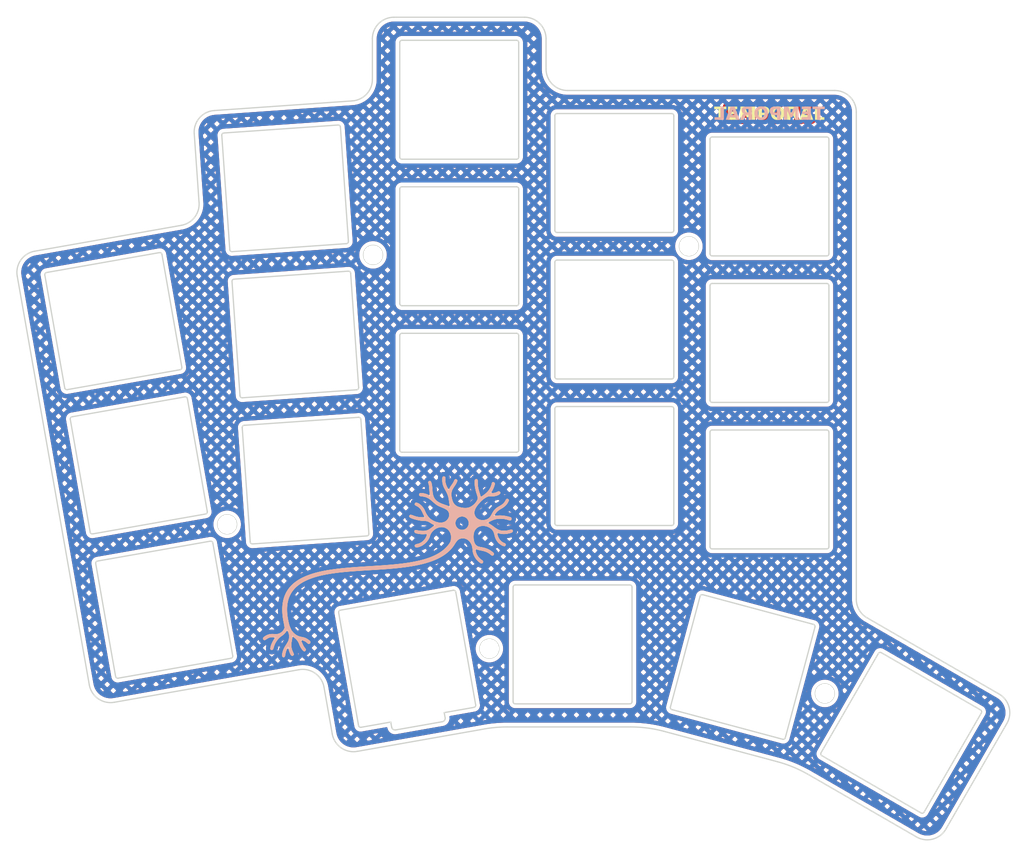
<source format=kicad_pcb>
(kicad_pcb (version 20241229) (generator "pcbnew") (generator_version "9.0")
  (title_block (title "top_plate_38") (date "2025-11-26") (rev "1") (company "Curtis Bollinger"))
  (layers (0 "F.Cu" signal) (2 "B.Cu" signal) (13 "F.Paste" user) (15 "B.Paste" user) (5 "F.SilkS" user "F.Silkscreen") (7 "B.SilkS" user "B.Silkscreen") (1 "F.Mask" user) (3 "B.Mask" user) (25 "Edge.Cuts" user))
  (net 0 "")
  (net 1 "GND")
  (footprint "ceoloide:mounting_hole_npth" (layer "F.Cu") (at 127.072875 46.001437)
    (property "Reference" "MH2" (hide yes))
    (property "Value" "")
    (pad "" np_thru_hole circle (at 0 0) (size 2.2 2.2) (drill 2.2) (layers "*.Cu" "*.Mask"))
  )
  (footprint "ceoloide:mounting_hole_npth" (layer "F.Cu") (at 73.497148 78.266866 4)
    (property "Reference" "MH5" (hide yes))
    (property "Value" "")
    (pad "" np_thru_hole circle (at 0 0 4) (size 2.2 2.2) (drill 2.2) (layers "*.Cu" "*.Mask"))
  )
  (footprint "ceoloide:mounting_hole_npth" (layer "F.Cu") (at 103.923114 92.693119 10)
    (property "Reference" "MH4" (hide yes))
    (property "Value" "")
    (pad "" np_thru_hole circle (at 0 0 10) (size 2.2 2.2) (drill 2.2) (layers "*.Cu" "*.Mask"))
  )
  (footprint "ceoloide:mounting_hole_npth" (layer "F.Cu") (at 142.846837 97.891972 -15)
    (property "Reference" "MH3" (hide yes))
    (property "Value" "")
    (pad "" np_thru_hole circle (at 0 0 345) (size 2.2 2.2) (drill 2.2) (layers "*.Cu" "*.Mask"))
  )
  (footprint "neuron" (layer "F.Cu") (at 92.172875 83.201437)
    (property "Reference" "G1" (hide yes))
    (property "Value" "G***" (hide yes))
    (zone (net 0) (net_name "") (layers "F.Cu" "B.Cu") (connect_pads (clearance 0)) (min_thickness 0.25)
      (keepout (tracks not_allowed) (vias not_allowed) (pads not_allowed) (copperpour not_allowed) (footprints allowed))
      (fill (thermal_gap 0.5) (thermal_bridge_width 0.5))
      (polygon (pts (xy 98.624698 72.698011) (xy 98.581128 72.700514) (xy 98.530856 72.733773) (xy 98.496236 72.771101) (xy 98.474386 72.812245) (xy 98.462426 72.856951) (xy 98.457474 72.904967) (xy 98.45665 72.95604) (xy 98.457073 73.009917) (xy 98.455863 73.066345) (xy 98.453641 73.130818) (xy 98.453657 73.194953) (xy 98.455881 73.258732) (xy 98.460279 73.322138) (xy 98.466821 73.385154) (xy 98.475475 73.447761) (xy 98.486208 73.509942) (xy 98.49899 73.571679) (xy 98.513787 73.632956) (xy 98.53057 73.693753) (xy 98.549305 73.754054) (xy 98.569961 73.813841) (xy 98.592507 73.873096) (xy 98.61691 73.931802) (xy 98.643138 73.989941) (xy 98.671161 74.047495) (xy 98.700946 74.104446) (xy 98.733083 74.161827) (xy 98.764928 74.218652) (xy 98.796398 74.275047) (xy 98.827409 74.331139) (xy 98.857878 74.387054) (xy 98.887722 74.442916) (xy 98.916858 74.498852) (xy 98.945203 74.554989) (xy 98.972674 74.61145) (xy 98.999187 74.668364) (xy 99.024659 74.725854) (xy 99.049008 74.784048) (xy 99.072151 74.843071) (xy 99.094003 74.903049) (xy 99.114482 74.964107) (xy 99.133505 75.026372) (xy 99.150989 75.089969) (xy 99.166851 75.155025) (xy 99.179858 75.215378) (xy 99.191409 75.275438) (xy 99.201733 75.335285) (xy 99.211063 75.395003) (xy 99.219627 75.454673) (xy 99.227657 75.514379) (xy 99.235383 75.574202) (xy 99.243035 75.634225) (xy 99.250844 75.69453) (xy 99.25904 75.755199) (xy 99.267855 75.816315) (xy 99.277177 75.870062) (xy 99.289024 75.926041) (xy 99.302745 75.983357) (xy 99.317694 76.041116) (xy 99.33322 76.098423) (xy 99.348676 76.154382) (xy 99.363412 76.208099) (xy 99.30069 76.188644) (xy 99.238318 76.167673) (xy 99.176213 76.145577) (xy 99.114293 76.122748) (xy 99.052474 76.099577) (xy 98.990676 76.076454) (xy 98.928815 76.053773) (xy 98.86681 76.031923) (xy 98.808855 76.012125) (xy 98.7504 75.992221) (xy 98.691571 75.972096) (xy 98.632496 75.951638) (xy 98.573301 75.930734) (xy 98.514111 75.909271) (xy 98.455053 75.887136) (xy 98.396254 75.864215) (xy 98.337839 75.840396) (xy 98.279936 75.815565) (xy 98.222669 75.78961) (xy 98.166167 75.762418) (xy 98.110554 75.733874) (xy 98.055957 75.703867) (xy 98.002503 75.672283) (xy 97.950317 75.63901) (xy 97.899527 75.603934) (xy 97.850258 75.566941) (xy 97.802637 75.52792) (xy 97.75679 75.486757) (xy 97.712843 75.443339) (xy 97.670922 75.397552) (xy 97.631155 75.349285) (xy 97.593667 75.298423) (xy 97.558584 75.244854) (xy 97.526033 75.188465) (xy 97.496883 75.13109) (xy 97.470446 75.072214) (xy 97.446603 75.01205) (xy 97.425234 74.950812) (xy 97.406216 74.888713) (xy 97.38943 74.825967) (xy 97.374756 74.762786) (xy 97.362071 74.699385) (xy 97.351257 74.635976) (xy 97.346551 74.601154) (xy 97.342092 74.559297) (xy 97.337772 74.511088) (xy 97.333482 74.457214) (xy 97.329113 74.39836) (xy 97.324557 74.335212) (xy 97.319704 74.268454) (xy 97.314447 74.198772) (xy 97.308675 74.126852) (xy 97.302281 74.05338) (xy 97.295155 73.979039) (xy 97.287189 73.904517) (xy 97.278274 73.830499) (xy 97.268301 73.757669) (xy 97.257161 73.686714) (xy 97.244745 73.618318) (xy 97.230945 73.553167) (xy 97.215652 73.491948) (xy 97.198757 73.435344) (xy 97.180151 73.384042) (xy 97.159726 73.338727) (xy 97.137372 73.300084) (xy 97.112981 73.268799) (xy 97.086445 73.245558) (xy 97.057653 73.231045) (xy 97.010845 73.223056) (xy 96.963527 73.228201) (xy 96.91902 73.24502) (xy 96.879613 73.272599) (xy 96.849195 73.309036) (xy 96.829899 73.353322) (xy 96.824039 73.40421) (xy 96.82997 73.459334) (xy 96.843727 73.516571) (xy 96.861343 73.573796) (xy 96.87885 73.628889) (xy 96.892284 73.679725) (xy 96.904145 73.74121) (xy 96.91414 73.803001) (xy 96.922508 73.865059) (xy 96.929488 73.927342) (xy 96.93532 73.989811) (xy 96.940242 74.052425) (xy 96.944493 74.115145) (xy 96.948314 74.17793) (xy 96.951942 74.240741) (xy 96.955618 74.303536) (xy 96.959579 74.366277) (xy 96.964066 74.428923) (xy 96.969318 74.491434) (xy 96.975574 74.553769) (xy 96.983072 74.61589) (xy 96.992052 74.677755) (xy 97.002754 74.739324) (xy 97.015416 74.800557) (xy 97.030277 74.861415) (xy 97.047577 74.921857) (xy 97.067555 74.981844) (xy 97.013828 74.947392) (xy 96.958932 74.914301) (xy 96.902931 74.882656) (xy 96.845892 74.852545) (xy 96.787877 74.824056) (xy 96.728952 74.797277) (xy 96.669181 74.772294) (xy 96.608629 74.749195) (xy 96.547361 74.728068) (xy 96.48544 74.709) (xy 96.422932 74.692078) (xy 96.359902 74.677389) (xy 96.296413 74.665022) (xy 96.232531 74.655064) (xy 96.16832 74.647601) (xy 96.103844 74.642722) (xy 96.039169 74.640514) (xy 95.974358 74.641065) (xy 95.909477 74.64446) (xy 95.862019 74.655529) (xy 95.823007 74.679257) (xy 95.792982 74.712967) (xy 95.772483 74.75398) (xy 95.762048 74.799618) (xy 95.762217 74.847203) (xy 95.77353 74.894056) (xy 95.796526 74.9375) (xy 95.831743 74.974856) (xy 95.871043 74.989972) (xy 95.922205 75.003237) (xy 95.982064 75.014931) (xy 96.047456 75.02533) (xy 96.115218 75.034716) (xy 96.182184 75.043365) (xy 96.24519 75.051557) (xy 96.301072 75.059572) (xy 96.346665 75.067686) (xy 96.408174 75.08154) (xy 96.469063 75.097708) (xy 96.529268 75.116188) (xy 96.588724 75.136977) (xy 96.647366 75.160073) (xy 96.70513 75.185471) (xy 96.768382 75.216223) (xy 96.828601 75.248334) (xy 96.886059 75.281705) (xy 96.941026 75.316241) (xy 96.993772 75.351842) (xy 97.044567 75.388411) (xy 97.093682 75.425851) (xy 97.141388 75.464063) (xy 97.187954 75.50295) (xy 97.233652 75.542414) (xy 97.278751 75.582358) (xy 97.323523 75.622684) (xy 97.368237 75.663293) (xy 97.413164 75.704089) (xy 97.458575 75.744973) (xy 97.50474 75.785848) (xy 97.551929 75.826617) (xy 97.600413 75.86718) (xy 97.650462 75.907442) (xy 97.702347 75.947303) (xy 97.756339 75.986667) (xy 97.812706 76.025435) (xy 97.8671 76.060143) (xy 97.922618 76.092701) (xy 97.979128 76.123349) (xy 98.036496 76.152328) (xy 98.094591 76.179882) (xy 98.153279 76.206251) (xy 98.212427 76.231678) (xy 98.271903 76.256403) (xy 98.331574 76.280669) (xy 98.391308 76.304718) (xy 98.450971 76.32879) (xy 98.510431 76.353129) (xy 98.569555 76.377974) (xy 98.62821 76.403569) (xy 98.686263 76.430155) (xy 98.743583 76.457974) (xy 98.800035 76.487267) (xy 98.855488 76.518276) (xy 98.909808 76.551242) (xy 98.962863 76.586408) (xy 99.011464 76.623398) (xy 99.055567 76.663595) (xy 99.095199 76.706724) (xy 99.13039 76.752508) (xy 99.161167 76.80067) (xy 99.18756 76.850933) (xy 99.209595 76.90302) (xy 99.227303 76.956655) (xy 99.240711 77.01156) (xy 99.249848 77.06746) (xy 99.254742 77.124077) (xy 99.255422 77.181134) (xy 99.251916 77.238354) (xy 99.244253 77.295462) (xy 99.23246 77.352179) (xy 99.216567 77.408229) (xy 99.196603 77.463336) (xy 99.172594 77.517222) (xy 99.14457 77.56961) (xy 99.110916 77.625189) (xy 99.075189 77.677056) (xy 99.037486 77.725289) (xy 98.997903 77.769964) (xy 98.956536 77.811158) (xy 98.913481 77.84895) (xy 98.868834 77.883415) (xy 98.822691 77.914631) (xy 98.775147 77.942674) (xy 98.7263 77.967622) (xy 98.676245 77.989552) (xy 98.625078 78.008541) (xy 98.572894 78.024666) (xy 98.519791 78.038004) (xy 98.465864 78.048632) (xy 98.411209 78.056626) (xy 98.355923 78.062065) (xy 98.3001 78.065025) (xy 98.243838 78.065583) (xy 98.187232 78.063816) (xy 98.130378 78.059801) (xy 98.073372 78.053615) (xy 98.016311 78.045336) (xy 97.95929 78.03504) (xy 97.902405 78.022804) (xy 97.845753 78.008705) (xy 97.789429 77.992821) (xy 97.733529 77.975229) (xy 97.67815 77.956004) (xy 97.623387 77.935226) (xy 97.569337 77.912969) (xy 97.516095 77.889313) (xy 97.463758 77.864332) (xy 97.412421 77.838106) (xy 97.362181 77.81071) (xy 97.313133 77.782222) (xy 97.256043 77.746661) (xy 97.201221 77.709786) (xy 97.148589 77.671611) (xy 97.098069 77.632151) (xy 97.049582 77.591419) (xy 97.003051 77.549431) (xy 96.958399 77.506201) (xy 96.915546 77.461742) (xy 96.874416 77.41607) (xy 96.83493 77.369199) (xy 96.79701 77.321143) (xy 96.760579 77.271916) (xy 96.725558 77.221533) (xy 96.69187 77.170008) (xy 96.659436 77.117356) (xy 96.62818 77.063591) (xy 96.598022 77.008728) (xy 96.568885 76.95278) (xy 96.540691 76.895762) (xy 96.513362 76.837689) (xy 96.48682 76.778574) (xy 96.460987 76.718433) (xy 96.435786 76.657279) (xy 96.415854 76.611383) (xy 96.392414 76.563593) (xy 96.365656 76.514261) (xy 96.335771 76.463742) (xy 96.30295 76.412391) (xy 96.267382 76.360561) (xy 96.229258 76.308606) (xy 96.18877 76.256881) (xy 96.146106 76.20574) (xy 96.101459 76.155536) (xy 96.055018 76.106624) (xy 96.006974 76.059358) (xy 95.957517 76.014092) (xy 95.906838 75.97118) (xy 95.855128 75.930976) (xy 95.802577 75.893835) (xy 95.749375 75.86011) (xy 95.695713 75.830155) (xy 95.641782 75.804325) (xy 95.587772 75.782974) (xy 95.533873 75.766456) (xy 95.480276 75.755125) (xy 95.427172 75.749335) (xy 95.374751 75.74944) (xy 95.321529 75.778437) (xy 95.289468 75.819861) (xy 95.264339 75.882197) (xy 95.257578 75.927963) (xy 95.263451 75.98208) (xy 95.284641 76.024437) (xy 95.331802 76.062144) (xy 95.387049 76.096858) (xy 95.44678 76.129493) (xy 95.507394 76.160964) (xy 95.565289 76.192185) (xy 95.616864 76.224071) (xy 95.667544 76.25951) (xy 95.716439 76.295389) (xy 95.763263 76.332413) (xy 95.807735 76.37129) (xy 95.849569 76.412726) (xy 95.89149 76.459808) (xy 95.930263 76.5083) (xy 95.966216 76.558083) (xy 95.999681 76.609037) (xy 96.030985 76.661039) (xy 96.060459 76.713971) (xy 96.088433 76.76771) (xy 96.115236 76.822136) (xy 96.141198 76.877129) (xy 96.166648 76.932568) (xy 96.191916 76.988332) (xy 96.217332 77.0443) (xy 96.243224 77.100352) (xy 96.269924 77.156366) (xy 96.294793 77.205455) (xy 96.321112 77.254169) (xy 96.348377 77.302587) (xy 96.376088 77.350785) (xy 96.403741 77.398842) (xy 96.430837 77.446835) (xy 96.363686 77.447277) (xy 96.298025 77.447469) (xy 96.233682 77.447296) (xy 96.170488 77.44664) (xy 96.108271 77.445385) (xy 96.046861 77.443415) (xy 95.986089 77.440613) (xy 95.925782 77.436862) (xy 95.865772 77.432046) (xy 95.805887 77.426049) (xy 95.745958 77.418755) (xy 95.685813 77.410045) (xy 95.625283 77.399805) (xy 95.564197 77.387918) (xy 95.502384 77.374266) (xy 95.439674 77.358735) (xy 95.375897 77.341206) (xy 95.310882 77.321564) (xy 95.251838 77.301582) (xy 95.19222 77.279415) (xy 95.132157 77.256122) (xy 95.071776 77.232763) (xy 95.011205 77.210398) (xy 94.950571 77.190087) (xy 94.890003 77.172887) (xy 94.829629 77.15986) (xy 94.775308 77.156784) (xy 94.725289 77.169269) (xy 94.680598 77.200286) (xy 94.649536 77.237015) (xy 94.627649 77.279213) (xy 94.619204 77.326555) (xy 94.627027 77.373321) (xy 94.648247 77.415976) (xy 94.678618 77.452325) (xy 94.707124 77.475799) (xy 94.744147 77.499713) (xy 94.78885 77.523924) (xy 94.840398 77.548287) (xy 94.897955 77.572659) (xy 94.960684 77.596896) (xy 95.027751 77.620855) (xy 95.098319 77.644393) (xy 95.171553 77.667364) (xy 95.246617 77.689626) (xy 95.322674 77.711035) (xy 95.39889 77.731448) (xy 95.474428 77.75072) (xy 95.548453 77.768708) (xy 95.620128 77.785268) (xy 95.688618 77.800257) (xy 95.753088 77.813531) (xy 95.8127 77.824947) (xy 95.86662 77.83436) (xy 95.914011 77.841627) (xy 95.954039 77.846604) (xy 96.01442 77.852003) (xy 96.077698 77.856161) (xy 96.143206 77.859503) (xy 96.210276 77.862449) (xy 96.278241 77.865422) (xy 96.346433 77.868844) (xy 96.414183 77.873138) (xy 96.480826 77.878726) (xy 96.545692 77.886031) (xy 96.608114 77.895474) (xy 96.667424 77.907478) (xy 96.722956 77.922465) (xy 96.782979 77.943753) (xy 96.841436 77.969219) (xy 96.898572 77.998082) (xy 96.954635 78.029563) (xy 97.009871 78.062884) (xy 97.064527 78.097263) (xy 97.118849 78.131921) (xy 97.173085 78.16608) (xy 97.22748 78.198959) (xy 97.277002 78.226946) (xy 97.327214 78.25343) (xy 97.378024 78.27862) (xy 97.429344 78.302727) (xy 97.481081 78.32596) (xy 97.533147 78.348529) (xy 97.585449 78.370645) (xy 97.521679 78.415678) (xy 97.461274 78.459331) (xy 97.403946 78.501578) (xy 97.349408 78.542392) (xy 97.297374 78.581747) (xy 97.247557 78.619616) (xy 97.19967 78.655974) (xy 97.153425 78.690792) (xy 97.108536 78.724045) (xy 97.064716 78.755706) (xy 97.021678 78.78575) (xy 96.979135 78.814148) (xy 96.9368 78.840875) (xy 96.894386 78.865905) (xy 96.851606 78.889211) (xy 96.808174 78.910765) (xy 96.763802 78.930543) (xy 96.718203 78.948517) (xy 96.671091 78.96466) (xy 96.622178 78.978947) (xy 96.571177 78.991351) (xy 96.517803 79.001845) (xy 96.461767 79.010403) (xy 96.402782 79.016998) (xy 96.340563 79.021604) (xy 96.274821 79.024194) (xy 96.20527 79.024743) (xy 96.131623 79.023222) (xy 96.053594 79.019606) (xy 95.970894 79.013869) (xy 95.883237 79.005983) (xy 95.828119 78.999315) (xy 95.766277 78.990091) (xy 95.699792 78.97926) (xy 95.630743 78.967769) (xy 95.561208 78.956567) (xy 95.493266 78.946602) (xy 95.428998 78.938823) (xy 95.37048 78.934178) (xy 95.319794 78.933616) (xy 95.276465 78.948751) (xy 95.243953 78.980145) (xy 95.22268 79.023172) (xy 95.213067 79.073207) (xy 95.215535 79.125623) (xy 95.230506 79.175794) (xy 95.2584 79.219094) (xy 95.29767 79.253914) (xy 95.345942 79.282855) (xy 95.401524 79.306634) (xy 95.462721 79.32597) (xy 95.527838 79.341582) (xy 95.595183 79.354188) (xy 95.66306 79.364505) (xy 95.729775 79.373254) (xy 95.793635 79.381152) (xy 95.852946 79.388917) (xy 95.906012 79.397268) (xy 95.956053 79.403167) (xy 96.011988 79.407659) (xy 96.072743 79.410748) (xy 96.13724 79.412434) (xy 96.204404 79.41272) (xy 96.273159 79.411608) (xy 96.342429 79.409099) (xy 96.411138 79.405196) (xy 96.478209 79.3999) (xy 96.542566 79.393213) (xy 96.603134 79.385137) (xy 96.658837 79.375674) (xy 96.708597 79.364827) (xy 96.690688 79.426291) (xy 96.671258 79.48682) (xy 96.650267 79.54636) (xy 96.627679 79.604861) (xy 96.603455 79.662271) (xy 96.577558 79.718539) (xy 96.549949 79.773613) (xy 96.520591 79.827442) (xy 96.489445 79.879973) (xy 96.456474 79.931157) (xy 96.421639 79.98094) (xy 96.384903 80.029272) (xy 96.346228 80.076102) (xy 96.305575 80.121377) (xy 96.262907 80.165046) (xy 96.218186 80.207057) (xy 96.171374 80.24736) (xy 96.122433 80.285902) (xy 96.071325 80.322632) (xy 96.018012 80.357499) (xy 95.962456 80.390451) (xy 95.906758 80.419669) (xy 95.849951 80.446424) (xy 95.792079 80.470648) (xy 95.733184 80.492273) (xy 95.673307 80.511231) (xy 95.635772 80.52076) (xy 95.592272 80.530408) (xy 95.544772 80.540869) (xy 95.495239 80.552835) (xy 95.445636 80.567) (xy 95.39793 80.584056) (xy 95.354086 80.604697) (xy 95.316068 80.629615) (xy 95.285843 80.659504) (xy 95.265374 80.695056) (xy 95.256629 80.736965) (xy 95.261571 80.785923) (xy 95.282165 80.842624) (xy 95.307802 80.881821) (xy 95.341589 80.911141) (xy 95.382539 80.931395) (xy 95.429665 80.943393) (xy 95.481978 80.947945) (xy 95.538492 80.945863) (xy 95.598218 80.937957) (xy 95.660169 80.925037) (xy 95.723357 80.907914) (xy 95.786794 80.887398) (xy 95.849494 80.8643) (xy 95.910468 80.839429) (xy 95.968728 80.813598) (xy 96.023288 80.787616) (xy 96.073159 80.762293) (xy 96.117353 80.738441) (xy 96.154884 80.716869) (xy 96.184763 80.698388) (xy 96.234622 80.664799) (xy 96.283605 80.629988) (xy 96.331691 80.593972) (xy 96.378858 80.556768) (xy 96.425085 80.518392) (xy 96.470351 80.478863) (xy 96.514634 80.438196) (xy 96.557913 80.396409) (xy 96.600166 80.353519) (xy 96.632938 80.318051) (xy 96.667131 80.279103) (xy 96.702318 80.236884) (xy 96.738069 80.191606) (xy 96.773958 80.14348) (xy 96.809554 80.092716) (xy 96.84443 80.039526) (xy 96.878158 79.984121) (xy 96.910309 79.926711) (xy 96.940456 79.867508) (xy 96.968168 79.806722) (xy 96.993019 79.744566) (xy 97.014579 79.681248) (xy 97.030662 79.622521) (xy 97.049549 79.56464) (xy 97.07115 79.507683) (xy 97.095373 79.451725) (xy 97.122129 79.396842) (xy 97.151326 79.343111) (xy 97.182873 79.290608) (xy 97.216679 79.239408) (xy 97.252654 79.189588) (xy 97.290707 79.141225) (xy 97.330746 79.094393) (xy 97.372682 79.04917) (xy 97.416422 79.005631) (xy 97.461877 78.963852) (xy 97.508955 78.923911) (xy 97.557565 78.885882) (xy 97.607617 78.849841) (xy 97.65902 78.815866) (xy 97.711682 78.784032) (xy 97.765514 78.754415) (xy 97.820424 78.727091) (xy 97.876321 78.702137) (xy 97.933114 78.679628) (xy 97.990713 78.659641) (xy 98.049027 78.642252) (xy 98.107964 78.627536) (xy 98.167435 78.615571) (xy 98.227347 78.606432) (xy 98.287611 78.600195) (xy 98.348135 78.596936) (xy 98.408828 78.596732) (xy 98.470288 78.599517) (xy 98.531174 78.605848) (xy 98.59135 78.615662) (xy 98.650678 78.628899) (xy 98.709018 78.645498) (xy 98.766232 78.665398) (xy 98.822184 78.688538) (xy 98.876733 78.714857) (xy 98.929742 78.744294) (xy 98.981074 78.776787) (xy 99.030589 78.812277) (xy 99.078149 78.850701) (xy 99.123616 78.892) (xy 99.166852 78.936111) (xy 99.209005 78.984393) (xy 99.248229 79.034744) (xy 99.284472 79.087025) (xy 99.317681 79.141095) (xy 99.347804 79.196817) (xy 99.374788 79.25405) (xy 99.398581 79.312656) (xy 99.419129 79.372494) (xy 99.436381 79.433427) (xy 99.450283 79.495314) (xy 99.460784 79.558017) (xy 99.46783 79.621395) (xy 99.471369 79.685311) (xy 99.471349 79.749623) (xy 99.468659 79.831247) (xy 99.465971 79.90419) (xy 99.462654 79.969783) (xy 99.458079 80.029356) (xy 99.451615 80.084241) (xy 99.442633 80.135768) (xy 99.430503 80.185267) (xy 99.414594 80.234071) (xy 99.394277 80.28351) (xy 99.368922 80.334913) (xy 99.337898 80.389614) (xy 99.300575 80.448941) (xy 99.256325 80.514226) (xy 99.235907 80.543169) (xy 99.215195 80.571877) (xy 99.19419 80.600354) (xy 99.172893 80.628599) (xy 99.151305 80.656613) (xy 99.129429 80.684398) (xy 99.107264 80.711954) (xy 99.084812 80.739283) (xy 99.062076 80.766386) (xy 99.039056 80.793264) (xy 99.015753 80.819918) (xy 98.992169 80.846349) (xy 98.968305 80.872558) (xy 98.944162 80.898545) (xy 98.919742 80.924314) (xy 98.895047 80.949863) (xy 98.870076 80.975195) (xy 98.844833 81.00031) (xy 98.819318 81.025209) (xy 98.793532 81.049895) (xy 98.767477 81.074366) (xy 98.741154 81.098626) (xy 98.714564 81.122674) (xy 98.687709 81.146512) (xy 98.660591 81.170141) (xy 98.633209 81.193562) (xy 98.605567 81.216775) (xy 98.577664 81.239783) (xy 98.549503 81.262586) (xy 98.521085 81.285186) (xy 98.492411 81.307582) (xy 98.463482 81.329777) (xy 98.434301 81.351771) (xy 98.404867 81.373566) (xy 98.375182 81.395163) (xy 98.345249 81.416562) (xy 98.315067 81.437765) (xy 98.284639 81.458772) (xy 98.253966 81.479585) (xy 98.223048 81.500206) (xy 98.191888 81.520634) (xy 98.160487 81.540871) (xy 98.128846 81.560919) (xy 98.096967 81.580777) (xy 98.06485 81.600448) (xy 98.032497 81.619933) (xy 97.99991 81.639231) (xy 97.967089 81.658345) (xy 97.934036 81.677276) (xy 97.900753 81.696024) (xy 97.867241 81.714591) (xy 97.8335 81.732977) (xy 97.799533 81.751185) (xy 97.765341 81.769214) (xy 97.730925 81.787066) (xy 97.696286 81.804742) (xy 97.661426 81.822244) (xy 97.626346 81.839571) (xy 97.591048 81.856726) (xy 97.555532 81.873708) (xy 97.5198 81.890521) (xy 97.483854 81.907163) (xy 97.447694 81.923638) (xy 97.411322 81.939944) (xy 97.37474 81.956085) (xy 97.337949 81.97206) (xy 97.300949 81.98787) (xy 97.263743 82.003518) (xy 97.226332 82.019004) (xy 97.188716 82.034328) (xy 97.150899 82.049493) (xy 97.112879 82.064498) (xy 97.07466 82.079346) (xy 97.036242 82.094037) (xy 96.997627 82.108573) (xy 96.958816 82.122953) (xy 96.919811 82.137181) (xy 96.880612 82.151255) (xy 96.841221 82.165179) (xy 96.801639 82.178952) (xy 96.761868 82.192575) (xy 96.72191 82.206051) (xy 96.681764 82.219379) (xy 96.641434 82.232561) (xy 96.600919 82.245599) (xy 96.560221 82.258492) (xy 96.519343 82.271243) (xy 96.478284 82.283851) (xy 96.437047 82.296319) (xy 96.395632 82.308647) (xy 96.354042 82.320837) (xy 96.312277 82.332889) (xy 96.270338 82.344805) (xy 96.228228 82.356585) (xy 96.185947 82.368231) (xy 96.143496 82.379744) (xy 96.100878 82.391125) (xy 96.058093 82.402374) (xy 96.015142 82.413494) (xy 95.972028 82.424484) (xy 95.928751 82.435347) (xy 95.885313 82.446083) (xy 95.841714 82.456693) (xy 95.797957 82.467178) (xy 95.754043 82.477539) (xy 95.709973 82.487779) (xy 95.665748 82.497896) (xy 95.621369 82.507893) (xy 95.576839 82.517771) (xy 95.532158 82.527531) (xy 95.487328 82.537173) (xy 95.44235 82.546699) (xy 95.397225 82.55611) (xy 95.351954 82.565407) (xy 95.30654 82.574591) (xy 95.260983 82.583664) (xy 95.215285 82.592625) (xy 95.169446 82.601477) (xy 95.123469 82.61022) (xy 95.077355 82.618855) (xy 95.031105 82.627384) (xy 94.98472 82.635808) (xy 94.938201 82.644127) (xy 94.891551 82.652343) (xy 94.84477 82.660456) (xy 94.797859 82.668468) (xy 94.750821 82.67638) (xy 94.703656 82.684194) (xy 94.656365 82.691909) (xy 94.608951 82.699527) (xy 94.561414 82.707049) (xy 94.513755 82.714477) (xy 94.465977 82.721811) (xy 94.418079 82.729052) (xy 94.370065 82.736202) (xy 94.321934 82.743261) (xy 94.273689 82.750231) (xy 94.22533 82.757112) (xy 94.176859 82.763906) (xy 94.128278 82.770614) (xy 94.079587 82.777237) (xy 94.030788 82.783775) (xy 93.981882 82.790231) (xy 93.932871 82.796604) (xy 93.883757 82.802897) (xy 93.834539 82.80911) (xy 93.78522 82.815244) (xy 93.735801 82.821301) (xy 93.686283 82.827281) (xy 93.636668 82.833185) (xy 93.586956 82.839015) (xy 93.53715 82.844771) (xy 93.487251 82.850456) (xy 93.43726 82.856069) (xy 93.387178 82.861611) (xy 93.337006 82.867085) (xy 93.286747 82.87249) (xy 93.2364 82.877829) (xy 93.185969 82.883101) (xy 93.135453 82.888309) (xy 93.084854 82.893453) (xy 93.034175 82.898534) (xy 92.983415 82.903554) (xy 92.932576 82.908513) (xy 92.88166 82.913412) (xy 92.830668 82.918253) (xy 92.779601 82.923037) (xy 92.728461 82.927764) (xy 92.677249 82.932436) (xy 92.625966 82.937054) (xy 92.574613 82.941619) (xy 92.523193 82.946132) (xy 92.471705 82.950594) (xy 92.420153 82.955006) (xy 92.368536 82.959369) (xy 92.316857 82.963684) (xy 92.265116 82.967953) (xy 92.213315 82.972176) (xy 92.161455 82.976355) (xy 92.109538 82.98049) (xy 92.057565 82.984582) (xy 92.005537 82.988634) (xy 91.953455 82.992645) (xy 91.901322 82.996616) (xy 91.849138 83.00055) (xy 91.796904 83.004447) (xy 91.744622 83.008307) (xy 91.692294 83.012133) (xy 91.63992 83.015925) (xy 91.587502 83.019684) (xy 91.535041 83.023411) (xy 91.482539 83.027107) (xy 91.429997 83.030774) (xy 91.377416 83.034413) (xy 91.324797 83.038024) (xy 91.272143 83.041609) (xy 91.219453 83.045168) (xy 91.166731 83.048703) (xy 91.113976 83.052215) (xy 91.06119 83.055705) (xy 91.008375 83.059173) (xy 90.955532 83.062622) (xy 90.902662 83.066052) (xy 90.849766 83.069464) (xy 90.796847 83.072859) (xy 90.743904 83.076239) (xy 90.690941 83.079604) (xy 90.637957 83.082955) (xy 90.584954 83.086294) (xy 90.531934 83.089622) (xy 90.478898 83.092939) (xy 90.425847 83.096247) (xy 90.372782 83.099546) (xy 90.319706 83.102839) (xy 90.266618 83.106125) (xy 90.213521 83.109407) (xy 90.160416 83.112684) (xy 90.107305 83.115959) (xy 90.054187 83.119231) (xy 90.001066 83.122503) (xy 89.947942 83.125776) (xy 89.894816 83.129049) (xy 89.841691 83.132326) (xy 89.788566 83.135605) (xy 89.735444 83.13889) (xy 89.682326 83.14218) (xy 89.629213 83.145477) (xy 89.576106 83.148781) (xy 89.523008 83.152095) (xy 89.469919 83.155418) (xy 89.41684 83.158752) (xy 89.363773 83.162099) (xy 89.310719 83.165459) (xy 89.25768 83.168832) (xy 89.204656 83.172222) (xy 89.15165 83.175627) (xy 89.098662 83.17905) (xy 89.045694 83.182492) (xy 88.992748 83.185953) (xy 88.939823 83.189434) (xy 88.886923 83.192938) (xy 88.834048 83.196464) (xy 88.781199 83.200014) (xy 88.728378 83.203589) (xy 88.675587 83.20719) (xy 88.622826 83.210818) (xy 88.570096 83.214474) (xy 88.5174 83.218159) (xy 88.464739 83.221874) (xy 88.412113 83.225621) (xy 88.359524 83.2294) (xy 88.306974 83.233213) (xy 88.254464 83.23706) (xy 88.201995 83.240943) (xy 88.149568 83.244862) (xy 88.097185 83.24882) (xy 88.044848 83.252816) (xy 87.992557 83.256851) (xy 87.940313 83.260928) (xy 87.888119 83.265047) (xy 87.835976 83.269209) (xy 87.783884 83.273415) (xy 87.731845 83.277666) (xy 87.679861 83.281964) (xy 87.627932 83.286308) (xy 87.576061 83.290702) (xy 87.524248 83.295144) (xy 87.472495 83.299638) (xy 87.420804 83.304183) (xy 87.369174 83.30878) (xy 87.317609 83.313432) (xy 87.266108 83.318138) (xy 87.214675 83.3229) (xy 87.163308 83.327719) (xy 87.112012 83.332596) (xy 87.060785 83.337533) (xy 87.00963 83.342529) (xy 86.958549 83.347587) (xy 86.907542 83.352707) (xy 86.856611 83.35789) (xy 86.805756 83.363138) (xy 86.754981 83.368451) (xy 86.704285 83.373831) (xy 86.65367 83.379279) (xy 86.603138 83.384795) (xy 86.552689 83.390381) (xy 86.502326 83.396038) (xy 86.452049 83.401767) (xy 86.40186 83.407569) (xy 86.35176 83.413445) (xy 86.30175 83.419396) (xy 86.251833 83.425423) (xy 86.202008 83.431528) (xy 86.152278 83.43771) (xy 86.102643 83.443973) (xy 86.053106 83.450315) (xy 86.003667 83.45674) (xy 85.954328 83.463247) (xy 85.90509 83.469837) (xy 85.855955 83.476513) (xy 85.806923 83.483274) (xy 85.757996 83.490122) (xy 85.709176 83.497058) (xy 85.660464 83.504083) (xy 85.61186 83.511198) (xy 85.563367 83.518405) (xy 85.514986 83.525703) (xy 85.466718 83.533095) (xy 85.418565 83.540581) (xy 85.370527 83.548163) (xy 85.322606 83.555841) (xy 85.274804 83.563617) (xy 85.227121 83.571491) (xy 85.17956 83.579465) (xy 85.132121 83.58754) (xy 85.084805 83.595717) (xy 85.037615 83.603997) (xy 84.990551 83.61238) (xy 84.943615 83.620869) (xy 84.896808 83.629464) (xy 84.850132 83.638166) (xy 84.803587 83.646976) (xy 84.757176 83.655896) (xy 84.710898 83.664926) (xy 84.664757 83.674067) (xy 84.618752 83.683321) (xy 84.572886 83.692689) (xy 84.52716 83.702171) (xy 84.481575 83.711769) (xy 84.436132 83.721484) (xy 84.390833 83.731317) (xy 84.345679 83.741269) (xy 84.300671 83.75134) (xy 84.255811 83.761533) (xy 84.211101 83.771848) (xy 84.16654 83.782286) (xy 84.122132 83.792849) (xy 84.077876 83.803536) (xy 84.033775 83.814351) (xy 83.989829 83.825292) (xy 83.946041 83.836363) (xy 83.902411 83.847563) (xy 83.858941 83.858893) (xy 83.815631 83.870356) (xy 83.772485 83.881951) (xy 83.729501 83.89368) (xy 83.686683 83.905544) (xy 83.644032 83.917545) (xy 83.601548 83.929682) (xy 83.559233 83.941957) (xy 83.517088 83.954372) (xy 83.475115 83.966927) (xy 83.433316 83.979624) (xy 83.39169 83.992463) (xy 83.350241 84.005445) (xy 83.308968 84.018572) (xy 83.267874 84.031845) (xy 83.226959 84.045264) (xy 83.186226 84.058832) (xy 83.145674 84.072548) (xy 83.105307 84.086414) (xy 83.065125 84.100431) (xy 83.025129 84.1146) (xy 82.98532 84.128922) (xy 82.945701 84.143399) (xy 82.906272 84.15803) (xy 82.867035 84.172819) (xy 82.82799 84.187764) (xy 82.789141 84.202868) (xy 82.750486 84.218132) (xy 82.712029 84.233556) (xy 82.67377 84.249142) (xy 82.635711 84.264891) (xy 82.597853 84.280803) (xy 82.560198 84.29688) (xy 82.522746 84.313124) (xy 82.485498 84.329534) (xy 82.448458 84.346113) (xy 82.411625 84.36286) (xy 82.375001 84.379778) (xy 82.338587 84.396868) (xy 82.302385 84.414129) (xy 82.266396 84.431564) (xy 82.230622 84.449174) (xy 82.195063 84.466959) (xy 82.159721 84.484921) (xy 82.124597 84.50306) (xy 82.089693 84.521379) (xy 82.05501 84.539877) (xy 82.02055 84.558556) (xy 81.986313 84.577417) (xy 81.952301 84.596461) (xy 81.918516 84.61569) (xy 81.884958 84.635103) (xy 81.851629 84.654703) (xy 81.81853 84.67449) (xy 81.785663 84.694466) (xy 81.753029 84.714631) (xy 81.72063 84.734986) (xy 81.688466 84.755534) (xy 81.656539 84.776273) (xy 81.62485 84.797207) (xy 81.593401 84.818336) (xy 81.562193 84.83966) (xy 81.531227 84.861181) (xy 81.500505 84.882901) (xy 81.470028 84.904819) (xy 81.439798 84.926938) (xy 81.409815 84.949257) (xy 81.38008 84.971779) (xy 81.350597 84.994505) (xy 81.321364 85.017435) (xy 81.292385 85.04057) (xy 81.26366 85.063912) (xy 81.235191 85.087462) (xy 81.206979 85.11122) (xy 81.179025 85.135189) (xy 81.151331 85.159368) (xy 81.123897 85.183758) (xy 81.096726 85.208362) (xy 81.069819 85.23318) (xy 81.043176 85.258213) (xy 81.0168 85.283463) (xy 80.990692 85.308929) (xy 80.964852 85.334614) (xy 80.939283 85.360518) (xy 80.913985 85.386643) (xy 80.88896 85.412989) (xy 80.86421 85.439558) (xy 80.839735 85.466351) (xy 80.815537 85.493368) (xy 80.791618 85.520611) (xy 80.767978 85.548081) (xy 80.744619 85.575779) (xy 80.721542 85.603706) (xy 80.698749 85.631863) (xy 80.676241 85.660251) (xy 80.654019 85.688872) (xy 80.632085 85.717726) (xy 80.610439 85.746814) (xy 80.589084 85.776137) (xy 80.568021 85.805697) (xy 80.54725 85.835495) (xy 80.526774 85.865531) (xy 80.506594 85.895807) (xy 80.48671 85.926324) (xy 80.467124 85.957082) (xy 80.447839 85.988083) (xy 80.428854 86.019329) (xy 80.410171 86.050819) (xy 80.391792 86.082556) (xy 80.373718 86.11454) (xy 80.35595 86.146772) (xy 80.33849 86.179253) (xy 80.321339 86.211985) (xy 80.304498 86.244968) (xy 80.287968 86.278204) (xy 80.271752 86.311693) (xy 80.255849 86.345437) (xy 80.240263 86.379437) (xy 80.224993 86.413693) (xy 80.210041 86.448207) (xy 80.195409 86.482981) (xy 80.181098 86.518014) (xy 80.167109 86.553308) (xy 80.153444 86.588865) (xy 80.140104 86.624685) (xy 80.12709 86.660769) (xy 80.114403 86.697118) (xy 80.102046 86.733734) (xy 80.090018 86.770617) (xy 80.078323 86.807769) (xy 80.06696 86.84519) (xy 80.055931 86.882883) (xy 80.045238 86.920846) (xy 80.034882 86.959083) (xy 80.024864 86.997594) (xy 80.015186 87.036379) (xy 80.005848 87.075441) (xy 79.996853 87.11478) (xy 79.988201 87.154397) (xy 79.979894 87.194293) (xy 79.971934 87.234469) (xy 79.964321 87.274927) (xy 79.957057 87.315668) (xy 79.950143 87.356691) (xy 79.94358 87.398) (xy 79.937371 87.439594) (xy 79.931516 87.481475) (xy 79.926016 87.523643) (xy 79.920873 87.566101) (xy 79.916088 87.608848) (xy 79.911663 87.651887) (xy 79.907599 87.695217) (xy 79.903897 87.738841) (xy 79.900559 87.782758) (xy 79.897585 87.826971) (xy 79.894978 87.871481) (xy 79.892738 87.916288) (xy 79.890867 87.961393) (xy 79.889367 88.006798) (xy 79.888237 88.052503) (xy 79.887481 88.09851) (xy 79.887099 88.14482) (xy 79.887092 88.191434) (xy 79.887463 88.238352) (xy 79.888211 88.285577) (xy 79.889339 88.333108) (xy 79.890848 88.380948) (xy 79.892739 88.429097) (xy 79.895013 88.477556) (xy 79.897673 88.526326) (xy 79.900719 88.575409) (xy 79.904152 88.624805) (xy 79.907974 88.674516) (xy 79.912186 88.724542) (xy 79.91679 88.774885) (xy 79.921786 88.825546) (xy 79.927177 88.876525) (xy 79.932963 88.927824) (xy 79.939146 88.979444) (xy 79.945727 89.031387) (xy 79.952708 89.083652) (xy 79.96009 89.136241) (xy 79.967874 89.189156) (xy 79.976061 89.242396) (xy 79.984653 89.295965) (xy 79.993651 89.349861) (xy 80.003057 89.404087) (xy 80.012872 89.458644) (xy 80.023097 89.513532) (xy 80.033733 89.568752) (xy 80.044782 89.624307) (xy 80.056245 89.680196) (xy 80.068124 89.736422) (xy 80.084132 89.808807) (xy 80.097844 89.878604) (xy 80.109534 89.945428) (xy 80.119471 90.008895) (xy 80.127928 90.068618) (xy 80.135177 90.124215) (xy 80.141488 90.1753) (xy 80.147133 90.221489) (xy 80.152384 90.262396) (xy 80.133839 90.320652) (xy 80.111621 90.377253) (xy 80.085896 90.4321) (xy 80.056834 90.485091) (xy 80.024602 90.536126) (xy 79.989366 90.585105) (xy 79.951296 90.631927) (xy 79.910559 90.676491) (xy 79.867323 90.718698) (xy 79.821755 90.758447) (xy 79.774023 90.795637) (xy 79.724295 90.830167) (xy 79.672739 90.861938) (xy 79.619522 90.890849) (xy 79.564812 90.916799) (xy 79.508778 90.939688) (xy 79.451585 90.959416) (xy 79.393404 90.975881) (xy 79.3344 90.988984) (xy 79.274742 90.998624) (xy 79.214598 91.004701) (xy 79.154135 91.007114) (xy 79.093522 91.005762) (xy 79.032925 91.000546) (xy 78.975474 90.994755) (xy 78.914761 90.990419) (xy 78.853065 90.987461) (xy 78.792663 90.985803) (xy 78.735835 90.985366) (xy 78.684858 90.986073) (xy 78.623076 90.988741) (xy 78.561663 90.99396) (xy 78.500691 91.001703) (xy 78.440229 91.01194) (xy 78.380351 91.024644) (xy 78.321127 91.039788) (xy 78.262628 91.057344) (xy 78.204926 91.077283) (xy 78.148092 91.099577) (xy 78.092198 91.1242) (xy 78.037315 91.151122) (xy 77.983514 91.180316) (xy 77.930867 91.211754) (xy 77.879445 91.245409) (xy 77.829319 91.281251) (xy 77.780562 91.319254) (xy 77.733243 91.35939) (xy 77.690172 91.404669) (xy 77.660282 91.452367) (xy 77.645321 91.501807) (xy 77.647038 91.552318) (xy 77.66718 91.603224) (xy 77.707497 91.653852) (xy 77.759096 91.692935) (xy 77.809545 91.709635) (xy 77.859254 91.707768) (xy 77.908632 91.691146) (xy 77.958088 91.663584) (xy 78.008033 91.628896) (xy 78.059152 91.592375) (xy 78.111561 91.557216) (xy 78.165259 91.523829) (xy 78.220249 91.492623) (xy 78.276531 91.46401) (xy 78.334106 91.438398) (xy 78.392977 91.416198) (xy 78.453143 91.397819) (xy 78.516914 91.383731) (xy 78.580726 91.374348) (xy 78.644582 91.368963) (xy 78.70849 91.366869) (xy 78.772454 91.36736) (xy 78.836481 91.369728) (xy 78.900577 91.373267) (xy 78.964746 91.377271) (xy 79.028995 91.381032) (xy 79.093329 91.383844) (xy 79.060514 91.424147) (xy 79.026959 91.467799) (xy 78.99286 91.514535) (xy 78.958412 91.564091) (xy 78.923812 91.616202) (xy 78.889256 91.670604) (xy 78.854941 91.727031) (xy 78.821063 91.78522) (xy 78.787817 91.844905) (xy 78.7554 91.905822) (xy 78.724009 91.967707) (xy 78.693839 92.030294) (xy 78.665086 92.093319) (xy 78.637948 92.156518) (xy 78.612619 92.219626) (xy 78.589297 92.282379) (xy 78.568177 92.34451) (xy 78.549455 92.405757) (xy 78.533328 92.465855) (xy 78.519993 92.524538) (xy 78.509644 92.581542) (xy 78.502479 92.636603) (xy 78.498694 92.689456) (xy 78.509346 92.751459) (xy 78.541483 92.801518) (xy 78.587455 92.837644) (xy 78.639612 92.857848) (xy 78.690304 92.860143) (xy 78.752292 92.835843) (xy 78.798369 92.801347) (xy 78.831997 92.757741) (xy 78.856638 92.706114) (xy 78.875754 92.647555) (xy 78.892807 92.58315) (xy 78.909555 92.521028) (xy 78.927756 92.459655) (xy 78.9474 92.39905) (xy 78.96848 92.339228) (xy 78.990987 92.280208) (xy 79.014914 92.222006) (xy 79.040252 92.164639) (xy 79.066994 92.108125) (xy 79.09513 92.05248) (xy 79.124654 91.997723) (xy 79.155557 91.943869) (xy 79.18783 91.890935) (xy 79.221466 91.83894) (xy 79.256457 91.7879) (xy 79.292794 91.737833) (xy 79.33047 91.688754) (xy 79.369476 91.640682) (xy 79.409805 91.593634) (xy 79.451447 91.547626) (xy 79.494396 91.502676) (xy 79.538643 91.458801) (xy 79.584179 91.416018) (xy 79.630997 91.374345) (xy 79.679089 91.333797) (xy 79.728446 91.294392) (xy 79.779061 91.256149) (xy 79.830925 91.219082) (xy 79.884031 91.18321) (xy 79.931317 91.150374) (xy 79.97809 91.114452) (xy 80.024218 91.075755) (xy 80.069576 91.034595) (xy 80.114032 90.991281) (xy 80.15746 90.946125) (xy 80.199731 90.899437) (xy 80.240716 90.851529) (xy 80.280286 90.802712) (xy 80.318314 90.753295) (xy 80.35467 90.703591) (xy 80.389226 90.653909) (xy 80.421854 90.604561) (xy 80.452425 90.555858) (xy 80.488104 90.605805) (xy 80.520673 90.657963) (xy 80.550153 90.712133) (xy 80.576567 90.768117) (xy 80.599938 90.825717) (xy 80.620287 90.884736) (xy 80.637638 90.944976) (xy 80.652012 91.006239) (xy 80.663433 91.068327) (xy 80.671921 91.131041) (xy 80.677501 91.194185) (xy 80.680194 91.257561) (xy 80.680022 91.32097) (xy 80.677009 91.384215) (xy 80.671176 91.447097) (xy 80.662547 91.50942) (xy 80.651142 91.570984) (xy 80.636985 91.631593) (xy 80.620099 91.691048) (xy 80.600505 91.749152) (xy 80.578226 91.805706) (xy 80.553284 91.860513) (xy 80.525702 91.913375) (xy 80.493341 91.970639) (xy 80.460543 92.027223) (xy 80.427316 92.083235) (xy 80.393672 92.138783) (xy 80.359619 92.193975) (xy 80.325168 92.248918) (xy 80.290328 92.30372) (xy 80.25511 92.358489) (xy 80.219523 92.413333) (xy 80.183577 92.46836) (xy 80.152454 92.522478) (xy 80.122838 92.577643) (xy 80.094713 92.633775) (xy 80.068064 92.690797) (xy 80.042878 92.748631) (xy 80.019139 92.8072) (xy 79.996833 92.866426) (xy 79.975944 92.92623) (xy 79.95646 92.986535) (xy 79.938364 93.047264) (xy 79.921642 93.108337) (xy 79.906279 93.169679) (xy 79.892262 93.231209) (xy 79.879575 93.292852) (xy 79.870745 93.343123) (xy 79.864033 93.397455) (xy 79.861263 93.453529) (xy 79.86426 93.509025) (xy 79.874848 93.561621) (xy 79.894851 93.608999) (xy 79.926094 93.648837) (xy 79.970401 93.678815) (xy 80.029595 93.696613) (xy 80.091129 93.69043) (xy 80.147192 93.659624) (xy 80.189023 93.615761) (xy 80.203537 93.582576) (xy 80.217183 93.536963) (xy 80.230184 93.481577) (xy 80.24276 93.419073) (xy 80.255133 93.352109) (xy 80.267525 93.283338) (xy 80.280157 93.215417) (xy 80.293252 93.151001) (xy 80.30703 93.092746) (xy 80.321714 93.043308) (xy 80.346146 92.97497) (xy 80.369852 92.913456) (xy 80.39327 92.857253) (xy 80.416842 92.804846) (xy 80.441006 92.754721) (xy 80.466202 92.705363) (xy 80.492871 92.65526) (xy 80.521451 92.602895) (xy 80.552383 92.546756) (xy 80.586106 92.485329) (xy 80.594182 92.541347) (xy 80.603122 92.607549) (xy 80.612776 92.676435) (xy 80.622998 92.740507) (xy 80.633638 92.792267) (xy 80.645712 92.838261) (xy 80.661466 92.893918) (xy 80.680534 92.957004) (xy 80.702551 93.025286) (xy 80.727154 93.09653) (xy 80.753976 93.168501) (xy 80.782654 93.238965) (xy 80.812823 93.305688) (xy 80.844117 93.366436) (xy 80.876172 93.418975) (xy 80.908623 93.461071) (xy 80.941105 93.49049) (xy 80.990441 93.5155) (xy 81.044054 93.526362) (xy 81.099048 93.522432) (xy 81.149402 93.500828) (xy 81.193043 93.462979) (xy 81.225073 93.415069) (xy 81.240594 93.363286) (xy 81.234709 93.313814) (xy 81.211086 93.255965) (xy 81.186517 93.198944) (xy 81.161404 93.142495) (xy 81.13615 93.086364) (xy 81.111156 93.030294) (xy 81.086824 92.974031) (xy 81.063556 92.917318) (xy 81.041755 92.859902) (xy 81.021821 92.801526) (xy 81.004158 92.741934) (xy 80.989166 92.680873) (xy 80.977249 92.618086) (xy 80.968465 92.559617) (xy 80.960841 92.500056) (xy 80.95452 92.439659) (xy 80.949647 92.378685) (xy 80.946368 92.317393) (xy 80.944826 92.256041) (xy 80.945167 92.194886) (xy 80.947534 92.134187) (xy 80.952073 92.074202) (xy 80.958929 92.015189) (xy 80.97045 91.948312) (xy 80.982106 91.885374) (xy 80.993595 91.825625) (xy 81.004614 91.768313) (xy 81.014861 91.712685) (xy 81.024033 91.65799) (xy 81.031827 91.603477) (xy 81.03794 91.548394) (xy 81.04207 91.491988) (xy 81.043913 91.433508) (xy 81.043168 91.372203) (xy 81.039532 91.307321) (xy 81.032701 91.23811) (xy 81.085829 91.274504) (xy 81.138053 91.311225) (xy 81.189301 91.348384) (xy 81.239506 91.386091) (xy 81.288595 91.424457) (xy 81.3365 91.463593) (xy 81.383152 91.50361) (xy 81.428479 91.544619) (xy 81.472412 91.586731) (xy 81.514881 91.630056) (xy 81.555817 91.674705) (xy 81.59515 91.72079) (xy 81.632809 91.76842) (xy 81.668725 91.817708) (xy 81.702828 91.868763) (xy 81.735048 91.921696) (xy 81.765316 91.97662) (xy 81.79356 92.033643) (xy 81.819713 92.092878) (xy 81.843703 92.154434) (xy 81.866046 92.213815) (xy 81.889668 92.272901) (xy 81.914614 92.331576) (xy 81.940931 92.389728) (xy 81.968667 92.447241) (xy 81.997867 92.504) (xy 82.02858 92.559893) (xy 82.060851 92.614803) (xy 82.094727 92.668618) (xy 82.130256 92.721221) (xy 82.167484 92.7725) (xy 82.206457 92.822339) (xy 82.247223 92.870624) (xy 82.286828 92.912482) (xy 82.32763 92.948384) (xy 82.369229 92.976693) (xy 82.411224 92.995777) (xy 82.453215 93.003999) (xy 82.4948 92.999725) (xy 82.535579 92.98132) (xy 82.57515 92.94715) (xy 82.613114 92.89558) (xy 82.637893 92.840869) (xy 82.635395 92.782786) (xy 82.607527 92.729184) (xy 82.574721 92.677473) (xy 82.538441 92.62697) (xy 82.50015 92.576987) (xy 82.461312 92.526839) (xy 82.42339 92.475839) (xy 82.387848 92.423303) (xy 82.356149 92.368544) (xy 82.32728 92.311763) (xy 82.300156 92.255726) (xy 82.274412 92.200287) (xy 82.249679 92.145296) (xy 82.225592 92.090606) (xy 82.201783 92.036069) (xy 82.177885 91.981536) (xy 82.153532 91.92686) (xy 82.128356 91.871893) (xy 82.101991 91.816485) (xy 82.07407 91.76049) (xy 82.044225 91.70376) (xy 82.106807 91.712059) (xy 82.168263 91.722957) (xy 82.228562 91.736477) (xy 82.28767 91.752643) (xy 82.345557 91.771479) (xy 82.402189 91.793009) (xy 82.457535 91.817256) (xy 82.511561 91.844245) (xy 82.564236 91.874) (xy 82.615528 91.906545) (xy 82.665403 91.941903) (xy 82.71383 91.980099) (xy 82.760777 92.021156) (xy 82.80621 92.065099) (xy 82.848811 92.101179) (xy 82.892217 92.124939) (xy 82.935519 92.137474) (xy 82.977806 92.139882) (xy 83.018168 92.133259) (xy 83.055695 92.1187) (xy 83.089476 92.097304) (xy 83.118602 92.070167) (xy 83.142161 92.038385) (xy 83.159244 92.003055) (xy 83.168941 91.965273) (xy 83.170341 91.926136) (xy 83.162534 91.886741) (xy 83.14461 91.848184) (xy 83.115658 91.811562) (xy 83.075044 91.772588) (xy 83.030486 91.733825) (xy 82.982816 91.695616) (xy 82.932865 91.658302) (xy 82.881464 91.622226) (xy 82.829443 91.58773) (xy 82.777634 91.555155) (xy 82.726867 91.524843) (xy 82.677973 91.497137) (xy 82.61975 91.467172) (xy 82.560619 91.441378) (xy 82.500686 91.419183) (xy 82.440059 91.400017) (xy 82.378842 91.383312) (xy 82.317143 91.368496) (xy 82.255068 91.354999) (xy 82.192723 91.342253) (xy 82.130214 91.329685) (xy 82.067649 91.316727) (xy 82.005133 91.302809) (xy 81.942773 91.28736) (xy 81.880675 91.26981) (xy 81.818945 91.24959) (xy 81.757146 91.226307) (xy 81.697772 91.201036) (xy 81.640687 91.173826) (xy 81.585753 91.144724) (xy 81.532834 91.11378) (xy 81.481792 91.081041) (xy 81.43249 91.046556) (xy 81.384792 91.010374) (xy 81.33856 90.972543) (xy 81.293658 90.933111) (xy 81.249948 90.892126) (xy 81.207294 90.849638) (xy 81.165558 90.805695) (xy 81.124603 90.760344) (xy 81.084293 90.713635) (xy 81.04449 90.665616) (xy 81.005057 90.616335) (xy 80.965858 90.56584) (xy 80.933299 90.496359) (xy 80.903008 90.431344) (xy 80.874816 90.370079) (xy 80.848552 90.311849) (xy 80.824046 90.255938) (xy 80.80113 90.20163) (xy 80.779634 90.148209) (xy 80.759387 90.094961) (xy 80.74022 90.04117) (xy 80.721963 89.986119) (xy 80.704446 89.929093) (xy 80.6875 89.869377) (xy 80.670955 89.806255) (xy 80.654641 89.739011) (xy 80.638388 89.66693) (xy 80.626088 89.613577) (xy 80.614209 89.560554) (xy 80.602749 89.507859) (xy 80.591706 89.455492) (xy 80.58108 89.403452) (xy 80.570869 89.351738) (xy 80.561072 89.300348) (xy 80.551687 89.249282) (xy 80.542714 89.198538) (xy 80.53415 89.148115) (xy 80.525994 89.098013) (xy 80.518246 89.04823) (xy 80.510903 88.998764) (xy 80.503964 88.949616) (xy 80.497428 88.900783) (xy 80.491294 88.852265) (xy 80.485561 88.804061) (xy 80.480226 88.756169) (xy 80.475288 88.708589) (xy 80.470747 88.661319) (xy 80.466601 88.614358) (xy 80.462848 88.567706) (xy 80.459488 88.521361) (xy 80.456518 88.475321) (xy 80.453938 88.429587) (xy 80.451746 88.384157) (xy 80.44994 88.339029) (xy 80.448521 88.294203) (xy 80.447485 88.249677) (xy 80.446832 88.205451) (xy 80.44656 88.161523) (xy 80.446668 88.117893) (xy 80.447155 88.074558) (xy 80.44802 88.031519) (xy 80.44926 87.988774) (xy 80.450875 87.946322) (xy 80.452863 87.904162) (xy 80.455223 87.862292) (xy 80.457954 87.820712) (xy 80.461054 87.779421) (xy 80.464522 87.738417) (xy 80.468356 87.697699) (xy 80.472556 87.657267) (xy 80.47712 87.617119) (xy 80.482046 87.577254) (xy 80.487333 87.537671) (xy 80.49298 87.498369) (xy 80.498985 87.459347) (xy 80.505348 87.420604) (xy 80.512066 87.382138) (xy 80.519139 87.343949) (xy 80.526564 87.306035) (xy 80.534342 87.268396) (xy 80.54247 87.23103) (xy 80.550947 87.193936) (xy 80.559771 87.157114) (xy 80.568942 87.120561) (xy 80.578458 87.084278) (xy 80.588317 87.048262) (xy 80.598519 87.012513) (xy 80.609061 86.977029) (xy 80.619944 86.941811) (xy 80.631164 86.906855) (xy 80.642721 86.872163) (xy 80.654614 86.837731) (xy 80.666841 86.80356) (xy 80.679401 86.769647) (xy 80.692292 86.735993) (xy 80.705514 86.702596) (xy 80.719064 86.669455) (xy 80.732941 86.636568) (xy 80.747145 86.603935) (xy 80.761674 86.571555) (xy 80.776525 86.539426) (xy 80.791699 86.507548) (xy 80.807194 86.475918) (xy 80.823008 86.444538) (xy 80.83914 86.413404) (xy 80.855588 86.382516) (xy 80.872352 86.351873) (xy 80.88943 86.321474) (xy 80.906821 86.291318) (xy 80.924522 86.261404) (xy 80.942534 86.23173) (xy 80.960854 86.202296) (xy 80.979481 86.1731) (xy 80.998414 86.144141) (xy 81.017652 86.115419) (xy 81.037193 86.086932) (xy 81.057036 86.058679) (xy 81.077179 86.030658) (xy 81.097621 86.00287) (xy 81.118361 85.975312) (xy 81.139398 85.947985) (xy 81.160729 85.920885) (xy 81.182354 85.894014) (xy 81.204272 85.867368) (xy 81.22648 85.840948) (xy 81.248979 85.814752) (xy 81.271765 85.78878) (xy 81.294839 85.763029) (xy 81.318198 85.7375) (xy 81.341842 85.71219) (xy 81.365768 85.687099) (xy 81.389976 85.662226) (xy 81.414464 85.637569) (xy 81.439231 85.613128) (xy 81.464276 85.588902) (xy 81.489597 85.564888) (xy 81.515193 85.541087) (xy 81.541062 85.517497) (xy 81.567203 85.494117) (xy 81.593615 85.470947) (xy 81.620297 85.447984) (xy 81.647246 85.425227) (xy 81.674463 85.402677) (xy 81.701944 85.380331) (xy 81.72969 85.358189) (xy 81.757699 85.336249) (xy 81.785969 85.31451) (xy 81.814499 85.292972) (xy 81.843287 85.271633) (xy 81.872333 85.250492) (xy 81.901635 85.229547) (xy 81.931191 85.208799) (xy 81.961001 85.188246) (xy 81.991062 85.167886) (xy 82.021375 85.147719) (xy 82.051936 85.127743) (xy 82.082745 85.107958) (xy 82.113801 85.088363) (xy 82.145102 85.068955) (xy 82.176647 85.049735) (xy 82.208434 85.030701) (xy 82.240462 85.011851) (xy 82.27273 84.993186) (xy 82.305237 84.974703) (xy 82.33798 84.956403) (xy 82.37096 84.938282) (xy 82.404173 84.920342) (xy 82.43762 84.902579) (xy 82.471298 84.884995) (xy 82.505207 84.867586) (xy 82.539345 84.850353) (xy 82.57371 84.833293) (xy 82.608302 84.816407) (xy 82.643118 84.799693) (xy 82.678159 84.783149) (xy 82.713421 84.766775) (xy 82.748904 84.75057) (xy 82.784607 84.734532) (xy 82.820528 84.718661) (xy 82.856666 84.702955) (xy 82.893019 84.687413) (xy 82.929587 84.672035) (xy 82.966367 84.656819) (xy 83.003359 84.641763) (xy 83.040561 84.626868) (xy 83.077972 84.612131) (xy 83.11559 84.597552) (xy 83.153414 84.58313) (xy 83.191442 84.568863) (xy 83.229675 84.554751) (xy 83.268109 84.540792) (xy 83.306744 84.526986) (xy 83.345578 84.51333) (xy 83.38461 84.499825) (xy 83.423839 84.486469) (xy 83.463263 84.473261) (xy 83.502881 84.460199) (xy 83.542691 84.447283) (xy 83.582693 84.434512) (xy 83.622884 84.421885) (xy 83.663264 84.4094) (xy 83.703832 84.397056) (xy 83.744585 84.384852) (xy 83.785522 84.372788) (xy 83.826643 84.360862) (xy 83.867946 84.349073) (xy 83.909429 84.33742) (xy 83.951091 84.325901) (xy 83.99293 84.314517) (xy 84.034946 84.303265) (xy 84.077138 84.292144) (xy 84.119502 84.281155) (xy 84.16204 84.270294) (xy 84.204748 84.259562) (xy 84.247626 84.248957) (xy 84.290672 84.238478) (xy 84.333885 84.228124) (xy 84.377264 84.217894) (xy 84.420806 84.207787) (xy 84.464512 84.197802) (xy 84.50838 84.187937) (xy 84.552407 84.178192) (xy 84.596594 84.168565) (xy 84.640938 84.159056) (xy 84.685438 84.149663) (xy 84.730093 84.140385) (xy 84.774901 84.131222) (xy 84.819861 84.122171) (xy 84.864973 84.113232) (xy 84.910233 84.104405) (xy 84.955642 84.095687) (xy 85.001197 84.087077) (xy 85.046898 84.078575) (xy 85.092743 84.07018) (xy 85.13873 84.06189) (xy 85.184859 84.053705) (xy 85.231128 84.045622) (xy 85.277535 84.037642) (xy 85.32408 84.029763) (xy 85.370761 84.021983) (xy 85.417576 84.014303) (xy 85.464524 84.00672) (xy 85.511604 83.999234) (xy 85.558815 83.991844) (xy 85.606155 83.984548) (xy 85.653623 83.977346) (xy 85.701217 83.970235) (xy 85.748937 83.963217) (xy 85.79678 83.956288) (xy 85.844746 83.949448) (xy 85.892833 83.942696) (xy 85.941039 83.936031) (xy 85.989364 83.929452) (xy 86.037806 83.922958) (xy 86.086364 83.916547) (xy 86.135036 83.910218) (xy 86.183821 83.903971) (xy 86.232717 83.897805) (xy 86.281724 83.891717) (xy 86.33084 83.885708) (xy 86.380064 83.879776) (xy 86.429393 83.873919) (xy 86.478828 83.868138) (xy 86.528366 83.86243) (xy 86.578007 83.856795) (xy 86.627748 83.851232) (xy 86.677589 83.845739) (xy 86.727528 83.840316) (xy 86.777564 83.834961) (xy 86.827695 83.829673) (xy 86.87792 83.824451) (xy 86.928238 83.819295) (xy 86.978648 83.814202) (xy 87.029148 83.809172) (xy 87.079736 83.804204) (xy 87.130412 83.799297) (xy 87.181174 83.794449) (xy 87.23202 83.78966) (xy 87.28295 83.784928) (xy 87.333962 83.780253) (xy 87.385054 83.775632) (xy 87.436226 83.771066) (xy 87.487475 83.766553) (xy 87.538801 83.762092) (xy 87.590203 83.757682) (xy 87.641678 83.753322) (xy 87.693226 83.74901) (xy 87.744845 83.744746) (xy 87.796534 83.740529) (xy 87.848291 83.736357) (xy 87.900116 83.732229) (xy 87.952006 83.728145) (xy 88.003961 83.724102) (xy 88.055979 83.720101) (xy 88.108058 83.71614) (xy 88.160198 83.712218) (xy 88.212398 83.708333) (xy 88.264654 83.704485) (xy 88.316967 83.700673) (xy 88.369336 83.696895) (xy 88.421757 83.693151) (xy 88.474232 83.689439) (xy 88.526757 83.685759) (xy 88.579331 83.682108) (xy 88.631954 83.678487) (xy 88.684624 83.674893) (xy 88.73734 83.671327) (xy 88.790099 83.667786) (xy 88.842902 83.66427) (xy 88.895746 83.660778) (xy 88.94863 83.657308) (xy 89.001553 83.653859) (xy 89.054514 83.650431) (xy 89.10751 83.647023) (xy 89.160542 83.643632) (xy 89.213606 83.640259) (xy 89.266703 83.636901) (xy 89.319831 83.633559) (xy 89.372988 83.63023) (xy 89.426173 83.626914) (xy 89.479385 83.623609) (xy 89.532622 83.620315) (xy 89.585883 83.617031) (xy 89.639167 83.613755) (xy 89.692472 83.610486) (xy 89.745797 83.607223) (xy 89.79914 83.603966) (xy 89.852501 83.600712) (xy 89.905878 83.597462) (xy 89.959269 83.594213) (xy 90.012674 83.590965) (xy 90.06609 83.587717) (xy 90.119517 83.584467) (xy 90.172953 83.581214) (xy 90.226396 83.577958) (xy 90.279847 83.574697) (xy 90.333302 83.571431) (xy 90.386761 83.568157) (xy 90.440222 83.564876) (xy 90.493685 83.561585) (xy 90.547147 83.558285) (xy 90.600608 83.554973) (xy 90.654066 83.551648) (xy 90.707519 83.548311) (xy 90.760966 83.544958) (xy 90.814407 83.54159) (xy 90.867839 83.538206) (xy 90.921262 83.534803) (xy 90.974673 83.531382) (xy 91.028072 83.527941) (xy 91.081457 83.524478) (xy 91.134827 83.520994) (xy 91.188181 83.517486) (xy 91.241517 83.513954) (xy 91.294833 83.510396) (xy 91.34813 83.506812) (xy 91.401404 83.5032) (xy 91.454655 83.49956) (xy 91.507881 83.495889) (xy 91.561082 83.492188) (xy 91.614255 83.488455) (xy 91.6674 83.484689) (xy 91.720514 83.480888) (xy 91.773598 83.477053) (xy 91.826649 83.473181) (xy 91.879665 83.469272) (xy 91.932647 83.465324) (xy 91.985592 83.461336) (xy 92.038498 83.457308) (xy 92.091365 83.453238) (xy 92.144192 83.449125) (xy 92.196976 83.444968) (xy 92.249717 83.440766) (xy 92.302413 83.436518) (xy 92.355064 83.432223) (xy 92.407666 83.427879) (xy 92.46022 83.423486) (xy 92.512723 83.419043) (xy 92.565175 83.414547) (xy 92.617574 83.41) (xy 92.669919 83.405398) (xy 92.722209 83.400741) (xy 92.774441 83.396029) (xy 92.826615 83.391259) (xy 92.878729 83.386432) (xy 92.930783 83.381545) (xy 92.982774 83.376597) (xy 93.034701 83.371589) (xy 93.086564 83.366518) (xy 93.13836 83.361383) (xy 93.190088 83.356183) (xy 93.241748 83.350918) (xy 93.293336 83.345586) (xy 93.344854 83.340186) (xy 93.396297 83.334717) (xy 93.447667 83.329178) (xy 93.498961 83.323567) (xy 93.550177 83.317884) (xy 93.601315 83.312128) (xy 93.652373 83.306297) (xy 93.70335 83.300391) (xy 93.754245 83.294408) (xy 93.805055 83.288347) (xy 93.855781 83.282208) (xy 93.906419 83.275988) (xy 93.95697 83.269688) (xy 94.007431 83.263305) (xy 94.057802 83.256839) (xy 94.108081 83.250289) (xy 94.158266 83.243653) (xy 94.208357 83.236931) (xy 94.258352 83.230121) (xy 94.308249 83.223223) (xy 94.358048 83.216234) (xy 94.407746 83.209155) (xy 94.457343 83.201984) (xy 94.506837 83.19472) (xy 94.556227 83.187362) (xy 94.605512 83.179909) (xy 94.65469 83.172359) (xy 94.703759 83.164712) (xy 94.75272 83.156967) (xy 94.801569 83.149122) (xy 94.850306 83.141176) (xy 94.898929 83.133128) (xy 94.947438 83.124978) (xy 94.99583 83.116724) (xy 95.044104 83.108364) (xy 95.09226 83.099899) (xy 95.140295 83.091326) (xy 95.188209 83.082645) (xy 95.236 83.073855) (xy 95.283666 83.064954) (xy 95.331206 83.055941) (xy 95.37862 83.046816) (xy 95.425905 83.037578) (xy 95.47306 83.028224) (xy 95.520085 83.018754) (xy 95.566976 83.009168) (xy 95.613734 82.999463) (xy 95.660357 82.989639) (xy 95.706843 82.979695) (xy 95.753192 82.969629) (xy 95.799401 82.959441) (xy 95.84547 82.949129) (xy 95.891397 82.938693) (xy 95.93718 82.928131) (xy 95.982819 82.917442) (xy 96.028312 82.906626) (xy 96.073658 82.89568) (xy 96.118855 82.884604) (xy 96.163902 82.873397) (xy 96.208798 82.862057) (xy 96.253541 82.850585) (xy 96.29813 82.838977) (xy 96.342564 82.827235) (xy 96.386841 82.815355) (xy 96.430959 82.803338) (xy 96.474919 82.791182) (xy 96.518718 82.778886) (xy 96.562354 82.766449) (xy 96.605827 82.75387) (xy 96.649135 82.741148) (xy 96.692277 82.728281) (xy 96.735252 82.71527) (xy 96.778058 82.702111) (xy 96.820693 82.688805) (xy 96.863157 82.675351) (xy 96.905448 82.661747) (xy 96.947565 82.647992) (xy 96.989506 82.634085) (xy 97.03127 82.620025) (xy 97.072856 82.605811) (xy 97.114262 82.591442) (xy 97.155487 82.576916) (xy 97.19653 82.562233) (xy 97.237389 82.547392) (xy 97.278063 82.532391) (xy 97.318551 82.51723) (xy 97.35885 82.501906) (xy 97.398961 82.48642) (xy 97.438882 82.47077) (xy 97.47861 82.454955) (xy 97.518146 82.438974) (xy 97.557486 82.422826) (xy 97.596632 82.40651) (xy 97.635579 82.390024) (xy 97.674329 82.373368) (xy 97.712878 82.35654) (xy 97.751226 82.33954) (xy 97.789372 82.322365) (xy 97.827314 82.305017) (xy 97.86505 82.287492) (xy 97.90258 82.26979) (xy 97.939902 82.25191) (xy 97.977014 82.233851) (xy 98.013916 82.215612) (xy 98.050606 82.197191) (xy 98.087082 82.178588) (xy 98.123344 82.159801) (xy 98.159389 82.14083) (xy 98.195217 82.121673) (xy 98.230827 82.102329) (xy 98.266216 82.082798) (xy 98.301384 82.063077) (xy 98.336329 82.043166) (xy 98.37105 82.023065) (xy 98.405545 82.002771) (xy 98.439814 81.982283) (xy 98.473854 81.961601) (xy 98.507665 81.940724) (xy 98.541244 81.91965) (xy 98.574592 81.898378) (xy 98.607706 81.876908) (xy 98.640585 81.855237) (xy 98.673227 81.833366) (xy 98.705632 81.811292) (xy 98.737798 81.789016) (xy 98.769724 81.766535) (xy 98.801408 81.743849) (xy 98.832849 81.720956) (xy 98.864046 81.697856) (xy 98.894996 81.674548) (xy 98.9257 81.651029) (xy 98.956155 81.6273) (xy 98.986361 81.603359) (xy 99.016315 81.579205) (xy 99.046017 81.554837) (xy 99.075465 81.530254) (xy 99.104658 81.505454) (xy 99.133594 81.480437) (xy 99.162273 81.455202) (xy 99.190692 81.429747) (xy 99.21885 81.404072) (xy 99.246747 81.378175) (xy 99.27438 81.352055) (xy 99.301749 81.325712) (xy 99.328852 81.299143) (xy 99.355688 81.272348) (xy 99.382254 81.245327) (xy 99.408551 81.218077) (xy 99.434577 81.190597) (xy 99.460329 81.162887) (xy 99.485808 81.134946) (xy 99.511011 81.106772) (xy 99.535938 81.078365) (xy 99.560586 81.049723) (xy 99.584955 81.020844) (xy 99.609043 80.991729) (xy 99.632849 80.962376) (xy 99.656372 80.932784) (xy 99.679609 80.902951) (xy 99.702561 80.872877) (xy 99.725224 80.842561) (xy 99.747599 80.812001) (xy 99.769684 80.781197) (xy 99.791477 80.750147) (xy 99.812977 80.71885) (xy 99.849872 80.662655) (xy 99.8854 80.607135) (xy 99.919866 80.552458) (xy 99.953574 80.498794) (xy 99.98683 80.446311) (xy 100.019938 80.39518) (xy 100.053205 80.345569) (xy 100.086933 80.297647) (xy 100.121429 80.251584) (xy 100.156997 80.207548) (xy 100.193943 80.165709) (xy 100.232571 80.126237) (xy 100.273185 80.089299) (xy 100.316092 80.055065) (xy 100.361596 80.023705) (xy 100.410002 79.995388) (xy 100.461615 79.970282) (xy 100.51674 79.948557) (xy 100.575681 79.930383) (xy 100.638744 79.915927) (xy 100.706234 79.90536) (xy 100.7405 79.902271) (xy 100.7405 78.905922) (xy 100.682312 78.902701) (xy 100.62514 78.895111) (xy 100.569177 78.883297) (xy 100.514615 78.867407) (xy 100.461645 78.847587) (xy 100.41046 78.823983) (xy 100.36125 78.796741) (xy 100.314208 78.766007) (xy 100.269526 78.731929) (xy 100.227395 78.694653) (xy 100.188008 78.654324) (xy 100.151556 78.611089) (xy 100.11823 78.565095) (xy 100.088224 78.516487) (xy 100.061728 78.465413) (xy 100.038934 78.412019) (xy 100.020035 78.35645) (xy 100.005222 78.298854) (xy 99.994686 78.239376) (xy 99.988717 78.17926) (xy 99.987378 78.119779) (xy 99.990524 78.061127) (xy 99.998009 78.003496) (xy 100.009688 77.947082) (xy 100.025415 77.892075) (xy 100.045045 77.838671) (xy 100.068433 77.787062) (xy 100.095433 77.737442) (xy 100.1259 77.690003) (xy 100.159688 77.64494) (xy 100.196651 77.602445) (xy 100.236645 77.562712) (xy 100.279524 77.525934) (xy 100.325143 77.492305) (xy 100.373356 77.462017) (xy 100.424017 77.435264) (xy 100.476982 77.41224) (xy 100.532104 77.393138) (xy 100.589239 77.37815) (xy 100.64824 77.367471) (xy 100.687476 77.362959) (xy 100.726469 77.360483) (xy 100.787438 77.360588) (xy 100.847454 77.365496) (xy 100.906304 77.375046) (xy 100.963772 77.389074) (xy 101.019645 77.407418) (xy 101.073707 77.429915) (xy 101.125744 77.456402) (xy 101.175543 77.486717) (xy 101.222887 77.520697) (xy 101.267564 77.558178) (xy 101.309358 77.599) (xy 101.348054 77.642998) (xy 101.38344 77.69001) (xy 101.415299 77.739873) (xy 101.443418 77.792426) (xy 101.467582 77.847503) (xy 101.487577 77.904945) (xy 101.503187 77.964586) (xy 101.5142 78.026266) (xy 101.52017 78.08647) (xy 101.521498 78.146039) (xy 101.51833 78.204778) (xy 101.510812 78.262492) (xy 101.49909 78.318988) (xy 101.483311 78.374071) (xy 101.463621 78.427547) (xy 101.440166 78.479222) (xy 101.413092 78.528901) (xy 101.382545 78.57639) (xy 101.348672 78.621494) (xy 101.311619 78.66402) (xy 101.271532 78.703774) (xy 101.228557 78.74056) (xy 101.182841 78.774186) (xy 101.13453 78.804455) (xy 101.083769 78.831175) (xy 101.030706 78.854151) (xy 100.975486 78.873188) (xy 100.918255 78.888092) (xy 100.85916 78.89867) (xy 100.799514 78.904627) (xy 100.7405 78.905922) (xy 100.7405 79.902271) (xy 100.778455 79.89885) (xy 100.8415 79.896536) (xy 100.903267 79.898076) (xy 100.963715 79.903346) (xy 101.022801 79.912222) (xy 101.080484 79.924581) (xy 101.13672 79.940301) (xy 101.191469 79.959257) (xy 101.244687 79.981326) (xy 101.296333 80.006385) (xy 101.346364 80.03431) (xy 101.394739 80.064978) (xy 101.441414 80.098267) (xy 101.486349 80.134052) (xy 101.5295 80.17221) (xy 101.570825 80.212617) (xy 101.610283 80.255151) (xy 101.647831 80.299689) (xy 101.683427 80.346105) (xy 101.717029 80.394279) (xy 101.748595 80.444085) (xy 101.778082 80.495401) (xy 101.805448 80.548103) (xy 101.830651 80.602068) (xy 101.853649 80.657173) (xy 101.8744 80.713294) (xy 101.892862 80.770308) (xy 101.908992 80.828092) (xy 101.922748 80.886522) (xy 101.934088 80.945475) (xy 101.94297 81.004827) (xy 101.950217 81.066457) (xy 101.956471 81.127843) (xy 101.962253 81.189063) (xy 101.968087 81.250195) (xy 101.974494 81.31132) (xy 101.981998 81.372515) (xy 101.991121 81.433859) (xy 102.002385 81.49543) (xy 102.0161 81.557398) (xy 102.03196 81.618777) (xy 102.049919 81.67952) (xy 102.06993 81.739578) (xy 102.091947 81.798906) (xy 102.115922 81.857456) (xy 102.141808 81.915181) (xy 102.169559 81.972035) (xy 102.199128 82.027969) (xy 102.230468 82.082938) (xy 102.263533 82.136894) (xy 102.298274 82.18979) (xy 102.334646 82.241579) (xy 102.372602 82.292215) (xy 102.412094 82.341649) (xy 102.453077 82.389836) (xy 102.495502 82.436727) (xy 102.539324 82.482276) (xy 102.584495 82.526437) (xy 102.630969 82.569161) (xy 102.678698 82.610403) (xy 102.727637 82.650114) (xy 102.777737 82.688248) (xy 102.820447 82.720113) (xy 102.8677 82.753547) (xy 102.917957 82.783525) (xy 102.969682 82.805024) (xy 103.021335 82.81302) (xy 103.068343 82.806166) (xy 103.111509 82.787424) (xy 103.148579 82.757621) (xy 103.179041 82.714403) (xy 103.197184 82.664329) (xy 103.202539 82.611134) (xy 103.194638 82.55855) (xy 103.173013 82.51031) (xy 103.137197 82.470147) (xy 103.088148 82.433059) (xy 103.037616 82.398199) (xy 102.986953 82.363615) (xy 102.937508 82.327359) (xy 102.890631 82.287481) (xy 102.844408 82.245447) (xy 102.799469 82.201819) (xy 102.755913 82.15665) (xy 102.713838 82.10999) (xy 102.673342 82.06189) (xy 102.634524 82.0124) (xy 102.597481 81.961573) (xy 102.562312 81.909459) (xy 102.529114 81.856108) (xy 102.497987 81.801573) (xy 102.469027 81.745904) (xy 102.442334 81.689152) (xy 102.418006 81.631368) (xy 102.39614 81.572603) (xy 102.376835 81.512908) (xy 102.360189 81.452334) (xy 102.3463 81.390933) (xy 102.335267 81.328754) (xy 102.327187 81.265849) (xy 102.323615 81.218508) (xy 102.322224 81.168337) (xy 102.323231 81.121114) (xy 102.382397 81.146708) (xy 102.439349 81.170034) (xy 102.494884 81.191312) (xy 102.549802 81.210762) (xy 102.604903 81.228605) (xy 102.660984 81.245061) (xy 102.718846 81.26035) (xy 102.779287 81.274693) (xy 102.843106 81.288309) (xy 102.900593 81.299514) (xy 102.960063 81.310608) (xy 103.020384 81.32188) (xy 103.080424 81.333623) (xy 103.139051 81.346125) (xy 103.195133 81.359678) (xy 103.256584 81.373758) (xy 103.317698 81.389739) (xy 103.37839 81.407615) (xy 103.438571 81.427379) (xy 103.498154 81.449023) (xy 103.557051 81.472542) (xy 103.615174 81.497929) (xy 103.672436 81.525175) (xy 103.72875 81.554276) (xy 103.784026 81.585223) (xy 103.838179 81.61801) (xy 103.89112 81.65263) (xy 103.942761 81.689076) (xy 103.984369 81.722592) (xy 104.028502 81.761783) (xy 104.074301 81.80262) (xy 104.120906 81.841072) (xy 104.167456 81.873108) (xy 104.213094 81.894699) (xy 104.262982 81.90394) (xy 104.310741 81.899222) (xy 104.354753 81.882514) (xy 104.3934 81.855786) (xy 104.425065 81.821006) (xy 104.44813 81.780143) (xy 104.460977 81.735166) (xy 104.461988 81.688046) (xy 104.449546 81.64075) (xy 104.422033 81.595247) (xy 104.381341 81.549907) (xy 104.336248 81.50771) (xy 104.287928 81.468065) (xy 104.237555 81.430386) (xy 104.186302 81.394081) (xy 104.135343 81.358564) (xy 104.08585 81.323245) (xy 104.032389 81.288637) (xy 103.978302 81.255662) (xy 103.923596 81.224283) (xy 103.868279 81.194469) (xy 103.812356 81.166183) (xy 103.755836 81.139392) (xy 103.698724 81.114062) (xy 103.641028 81.090159) (xy 103.582754 81.067648) (xy 103.52391 81.046495) (xy 103.464503 81.026667) (xy 103.404538 81.008128) (xy 103.344024 80.990845) (xy 103.282967 80.974784) (xy 103.221373 80.959909) (xy 103.158589 80.946413) (xy 103.094586 80.934202) (xy 103.029751 80.922713) (xy 102.964472 80.911384) (xy 102.899136 80.899649) (xy 102.834129 80.886946) (xy 102.76984 80.87271) (xy 102.706656 80.856379) (xy 102.644963 80.837388) (xy 102.58515 80.815174) (xy 102.530793 80.789835) (xy 102.480293 80.760068) (xy 102.433524 80.726154) (xy 102.390362 80.688371) (xy 102.350682 80.646996) (xy 102.314359 80.60231) (xy 102.281267 80.554591) (xy 102.251283 80.504116) (xy 102.22428 80.451166) (xy 102.200135 80.396018) (xy 102.178721 80.338951) (xy 102.159915 80.280245) (xy 102.143592 80.220176) (xy 102.129625 80.159025) (xy 102.117891 80.09707) (xy 102.108265 80.03459) (xy 102.100621 79.971862) (xy 102.094835 79.909167) (xy 102.090782 79.846781) (xy 102.088336 79.784985) (xy 102.087373 79.724057) (xy 102.087769 79.664275) (xy 102.089397 79.605918) (xy 102.092133 79.549265) (xy 102.095853 79.494595) (xy 102.10043 79.442185) (xy 102.10833 79.379257) (xy 102.119782 79.316403) (xy 102.13472 79.253913) (xy 102.153082 79.192077) (xy 102.174803 79.131187) (xy 102.199819 79.071532) (xy 102.228066 79.013402) (xy 102.25948 78.957088) (xy 102.293997 78.902881) (xy 102.331553 78.851069) (xy 102.372083 78.801944) (xy 102.415524 78.755796) (xy 102.461812 78.712915) (xy 102.510882 78.673591) (xy 102.558391 78.639036) (xy 102.607459 78.607586) (xy 102.657965 78.579196) (xy 102.709793 78.55382) (xy 102.762821 78.531413) (xy 102.816932 78.511929) (xy 102.872007 78.495324) (xy 102.927926 78.481551) (xy 102.98457 78.470565) (xy 103.041821 78.462321) (xy 103.099559 78.456774) (xy 103.157665 78.453878) (xy 103.216021 78.453588) (xy 103.274507 78.455858) (xy 103.333005 78.460643) (xy 103.391395 78.467897) (xy 103.449558 78.477576) (xy 103.507376 78.489634) (xy 103.564729 78.504025) (xy 103.621499 78.520704) (xy 103.677566 78.539626) (xy 103.732811 78.560746) (xy 103.787116 78.584017) (xy 103.840361 78.609395) (xy 103.892427 78.636834) (xy 103.943196 78.666289) (xy 103.992548 78.697714) (xy 104.040365 78.731064) (xy 104.086527 78.766294) (xy 104.130915 78.803359) (xy 104.173411 78.842212) (xy 104.213895 78.882808) (xy 104.252248 78.925103) (xy 104.288352 78.96905) (xy 104.324333 79.019423) (xy 104.356231 79.071567) (xy 104.384461 79.125302) (xy 104.409438 79.180449) (xy 104.431575 79.236827) (xy 104.451288 79.294258) (xy 104.468991 79.352562) (xy 104.485098 79.411559) (xy 104.500023 79.47107) (xy 104.514182 79.530914) (xy 104.527988 79.590913) (xy 104.543449 79.653749) (xy 104.560839 79.715617) (xy 104.580167 79.77648) (xy 104.601444 79.8363) (xy 104.624677 79.895042) (xy 104.649877 79.952668) (xy 104.677054 80.009142) (xy 104.706216 80.064427) (xy 104.737373 80.118487) (xy 104.770534 80.171284) (xy 104.80571 80.222783) (xy 104.842908 80.272945) (xy 104.88214 80.321735) (xy 104.923414 80.369116) (xy 104.966739 80.415051) (xy 105.012126 80.459504) (xy 105.059583 80.502437) (xy 105.10912 80.543813) (xy 105.160747 80.583597) (xy 105.188387 80.60372) (xy 105.222172 80.627002) (xy 105.261153 80.652408) (xy 105.304386 80.678901) (xy 105.350924 80.705446) (xy 105.39982 80.731006) (xy 105.450128 80.754547) (xy 105.500903 80.775032) (xy 105.551198 80.791426) (xy 105.600066 80.802692) (xy 105.646561 80.807795) (xy 105.689738 80.805698) (xy 105.72865 80.795367) (xy 105.76235 80.775765) (xy 105.789892 80.745856) (xy 105.81033 80.704604) (xy 105.822719 80.650974) (xy 105.819178 80.584179) (xy 105.799235 80.531753) (xy 105.764575 80.491065) (xy 105.716883 80.459482) (xy 105.657846 80.43437) (xy 105.600688 80.412165) (xy 105.545418 80.386795) (xy 105.492053 80.358405) (xy 105.440612 80.327139) (xy 105.391111 80.293143) (xy 105.343569 80.25656) (xy 105.298002 80.217535) (xy 105.254429 80.176213) (xy 105.212866 80.132738) (xy 105.173332 80.087254) (xy 105.135844 80.039907) (xy 105.10042 79.99084) (xy 105.067077 79.940199) (xy 105.035832 79.888128) (xy 105.006704 79.834771) (xy 104.97971 79.780272) (xy 104.954867 79.724777) (xy 104.932193 79.66843) (xy 104.911705 79.611376) (xy 104.894235 79.557668) (xy 104.877685 79.503171) (xy 104.861885 79.448133) (xy 104.846664 79.392805) (xy 104.831853 79.337436) (xy 104.817281 79.282277) (xy 104.802779 79.227577) (xy 104.811193 79.230091) (xy 104.858654 79.245913) (xy 104.905284 79.26389) (xy 104.95178 79.282437) (xy 104.998843 79.299963) (xy 105.058342 79.319367) (xy 105.118281 79.336456) (xy 105.178616 79.351291) (xy 105.239304 79.363931) (xy 105.3003 79.374439) (xy 105.361561 79.382874) (xy 105.423041 79.389298) (xy 105.484698 79.393771) (xy 105.546486 79.396354) (xy 105.608363 79.397109) (xy 105.670284 79.396095) (xy 105.732204 79.393374) (xy 105.79408 79.389006) (xy 105.855868 79.383052) (xy 105.917524 79.375573) (xy 105.979004 79.36663) (xy 106.040263 79.356284) (xy 106.101257 79.344594) (xy 106.161943 79.331623) (xy 106.222276 79.317431) (xy 106.266167 79.30687) (xy 106.314031 79.295169) (xy 106.364174 79.281811) (xy 106.414899 79.266281) (xy 106.464511 79.248062) (xy 106.511314 79.226639) (xy 106.553614 79.201495) (xy 106.589713 79.172116) (xy 106.617918 79.137984) (xy 106.636532 79.098584) (xy 106.643859 79.0534) (xy 106.638205 79.001915) (xy 106.617874 78.943615) (xy 106.586848 78.900532) (xy 106.548385 78.874604) (xy 106.504199 78.86291) (xy 106.456002 78.86253) (xy 106.405509 78.870544) (xy 106.354434 78.884032) (xy 106.30449 78.900075) (xy 106.25739 78.915751) (xy 106.21485 78.928142) (xy 106.154636 78.942429) (xy 106.093911 78.955535) (xy 106.03274 78.967381) (xy 105.971186 78.977887) (xy 105.909316 78.986972) (xy 105.847192 78.994557) (xy 105.784882 79.000562) (xy 105.722448 79.004906) (xy 105.659956 79.00751) (xy 105.597471 79.008294) (xy 105.535057 79.007177) (xy 105.472779 79.00408) (xy 105.410702 78.998923) (xy 105.34889 78.991625) (xy 105.287409 78.982108) (xy 105.226323 78.97029) (xy 105.165697 78.956091) (xy 105.103448 78.938254) (xy 105.042835 78.917159) (xy 104.983721 78.89308) (xy 104.92597 78.866293) (xy 104.869447 78.837073) (xy 104.814015 78.805696) (xy 104.759539 78.772436) (xy 104.705883 78.73757) (xy 104.652911 78.701372) (xy 104.600487 78.664119) (xy 104.548475 78.626084) (xy 104.496739 78.587544) (xy 104.445143 78.548774) (xy 104.393551 78.51005) (xy 104.341828 78.471646) (xy 104.289838 78.433837) (xy 104.237444 78.396901) (xy 104.18451 78.36111) (xy 104.130901 78.326742) (xy 104.079907 78.294641) (xy 104.02779 78.261659) (xy 103.974624 78.228748) (xy 103.920485 78.196864) (xy 103.865447 78.166959) (xy 103.809586 78.139987) (xy 103.752978 78.116903) (xy 103.695696 78.098659) (xy 103.764583 78.062493) (xy 103.830954 78.027633) (xy 103.895022 77.994094) (xy 103.957 77.96189) (xy 104.017103 77.931037) (xy 104.075543 77.90155) (xy 104.132534 77.873441) (xy 104.18829 77.846728) (xy 104.243024 77.821423) (xy 104.296949 77.797542) (xy 104.35028 77.775099) (xy 104.403229 77.75411) (xy 104.456011 77.734588) (xy 104.508839 77.716548) (xy 104.561926 77.700006) (xy 104.615486 77.684976) (xy 104.669732 77.671471) (xy 104.724879 77.659508) (xy 104.781138 77.649101) (xy 104.838725 77.640264) (xy 104.897853 77.633012) (xy 104.958734 77.62736) (xy 105.021583 77.623322) (xy 105.086614 77.620914) (xy 105.154039 77.620149) (xy 105.224072 77.621043) (xy 105.296927 77.62361) (xy 105.372817 77.627864) (xy 105.451957 77.633821) (xy 105.534558 77.641495) (xy 105.592505 77.645505) (xy 105.651386 77.65438) (xy 105.710445 77.666361) (xy 105.768928 77.679693) (xy 105.826078 77.692619) (xy 105.881141 77.703382) (xy 105.93222 77.714931) (xy 105.9926 77.732495) (xy 106.058944 77.75344) (xy 106.127918 77.775131) (xy 106.196185 77.794934) (xy 106.260409 77.810216) (xy 106.317254 77.818341) (xy 106.363384 77.816675) (xy 106.406481 77.801904) (xy 106.442359 77.77649) (xy 106.470499 77.742625) (xy 106.490379 77.7025) (xy 106.501477 77.658306) (xy 106.503272 77.612233) (xy 106.495244 77.566474) (xy 106.47687 77.523218) (xy 106.447631 77.484656) (xy 106.407003 77.452981) (xy 106.354468 77.430382) (xy 106.292118 77.412273) (xy 106.229661 77.394786) (xy 106.167096 77.37796) (xy 106.104423 77.361837) (xy 106.041641 77.346459) (xy 105.97875 77.331867) (xy 105.915749 77.318102) (xy 105.852638 77.305205) (xy 105.789416 77.293219) (xy 105.726083 77.282184) (xy 105.662639 77.272141) (xy 105.599083 77.263132) (xy 105.535415 77.255198) (xy 105.471634 77.248381) (xy 105.40774 77.242722) (xy 105.343732 77.238262) (xy 105.27961 77.235042) (xy 105.215374 77.233104) (xy 105.151023 77.23249) (xy 105.086556 77.233239) (xy 105.021974 77.235395) (xy 104.957275 77.238998) (xy 104.89246 77.244089) (xy 104.827528 77.25071) (xy 104.76553 77.258079) (xy 104.703891 77.26648) (xy 104.64282 77.276671) (xy 104.582526 77.289412) (xy 104.523217 77.30546) (xy 104.465102 77.325573) (xy 104.497416 77.260465) (xy 104.530209 77.198545) (xy 104.563621 77.139639) (xy 104.597796 77.083569) (xy 104.632877 77.030162) (xy 104.669006 76.979241) (xy 104.706325 76.930631) (xy 104.744977 76.884156) (xy 104.785104 76.839641) (xy 104.826849 76.796909) (xy 104.870355 76.755787) (xy 104.915764 76.716097) (xy 104.963218 76.677665) (xy 105.01286 76.640315) (xy 105.064833 76.603872) (xy 105.119279 76.568159) (xy 105.176341 76.533001) (xy 105.23616 76.498223) (xy 105.298881 76.46365) (xy 105.353039 76.432889) (xy 105.406553 76.400968) (xy 105.459322 76.367845) (xy 105.511246 76.333482) (xy 105.562226 76.297837) (xy 105.612162 76.260871) (xy 105.660953 76.222542) (xy 105.7085 76.182812) (xy 105.754702 76.141639) (xy 105.79946 76.098984) (xy 105.842675 76.054806) (xy 105.884245 76.009066) (xy 105.924071 75.961722) (xy 105.962052 75.912735) (xy 105.99809 75.862064) (xy 106.032084 75.809669) (xy 106.063934 75.75551) (xy 106.093541 75.699547) (xy 106.12068 75.648391) (xy 106.147484 75.59654) (xy 106.16869 75.542967) (xy 106.179035 75.486645) (xy 106.173254 75.426547) (xy 106.150001 75.380948) (xy 106.108991 75.34201) (xy 106.057773 75.313543) (xy 106.003896 75.299359) (xy 105.95491 75.303272) (xy 105.907811 75.326935) (xy 105.86831 75.362476) (xy 105.834762 75.406534) (xy 105.805519 75.455748) (xy 105.778935 75.506759) (xy 105.753362 75.556206) (xy 105.727154 75.600728) (xy 105.69248 75.652776) (xy 105.655843 75.704754) (xy 105.617109 75.754877) (xy 105.576145 75.801361) (xy 105.527486 75.8498) (xy 105.478028 75.894384) (xy 105.427852 75.935565) (xy 105.37704 75.973789) (xy 105.325672 76.009508) (xy 105.273829 76.04317) (xy 105.221591 76.075225) (xy 105.169039 76.106122) (xy 105.116253 76.136311) (xy 105.063316 76.16624) (xy 105.010307 76.19636) (xy 104.957306 76.227119) (xy 104.904396 76.258967) (xy 104.851656 76.292354) (xy 104.799167 76.327727) (xy 104.74701 76.365538) (xy 104.695265 76.406236) (xy 104.644014 76.450269) (xy 104.593337 76.498087) (xy 104.549906 76.542882) (xy 104.509317 76.588228) (xy 104.471337 76.634029) (xy 104.435737 76.680192) (xy 104.402284 76.726621) (xy 104.370748 76.773223) (xy 104.340897 76.819904) (xy 104.312499 76.866568) (xy 104.285324 76.913121) (xy 104.259141 76.959469) (xy 104.233717 77.005517) (xy 104.208822 77.051171) (xy 104.184225 77.096337) (xy 104.159694 77.14092) (xy 104.134998 77.184826) (xy 104.109906 77.22796) (xy 104.084186 77.270228) (xy 104.057607 77.311535) (xy 104.029938 77.351788) (xy 104.000948 77.390891) (xy 103.970405 77.42875) (xy 103.938078 77.465271) (xy 103.903736 77.500359) (xy 103.867147 77.53392) (xy 103.828081 77.56586) (xy 103.786306 77.596084) (xy 103.74159 77.624497) (xy 103.693703 77.651006) (xy 103.642413 77.675515) (xy 103.587489 77.697931) (xy 103.5287 77.718159) (xy 103.465814 77.736104) (xy 103.3986 77.751673) (xy 103.326827 77.76477) (xy 103.265461 77.772811) (xy 103.203768 77.777431) (xy 103.141917 77.778648) (xy 103.080073 77.77648) (xy 103.018404 77.770942) (xy 102.957076 77.762054) (xy 102.896256 77.749831) (xy 102.83611 77.734292) (xy 102.776807 77.715454) (xy 102.718511 77.693333) (xy 102.66139 77.667947) (xy 102.608612 77.640535) (xy 102.558205 77.609553) (xy 102.510323 77.575168) (xy 102.465119 77.537548) (xy 102.422747 77.496864) (xy 102.38336 77.453281) (xy 102.347112 77.40697) (xy 102.314157 77.358099) (xy 102.284647 77.306836) (xy 102.258737 77.253349) (xy 102.23658 77.197807) (xy 102.217721 77.136347) (xy 102.203825 77.075191) (xy 102.194667 77.014375) (xy 102.190022 76.953936) (xy 102.189665 76.893912) (xy 102.19337 76.834339) (xy 102.200912 76.775254) (xy 102.212067 76.716693) (xy 102.226608 76.658695) (xy 102.244311 76.601295) (xy 102.264951 76.54453) (xy 102.288302 76.488438) (xy 102.314139 76.433056) (xy 102.342237 76.378419) (xy 102.372371 76.324566) (xy 102.404316 76.271533) (xy 102.437845 76.219357) (xy 102.472735 76.168074) (xy 102.50876 76.117723) (xy 102.545695 76.068338) (xy 102.583315 76.019959) (xy 102.621393 75.97262) (xy 102.659706 75.92636) (xy 102.698029 75.881215) (xy 102.73815 75.83498) (xy 102.779115 75.788822) (xy 102.820919 75.742846) (xy 102.86356 75.697156) (xy 102.907032 75.651858) (xy 102.951332 75.607055) (xy 102.996457 75.562853) (xy 103.042401 75.519356) (xy 103.089162 75.476669) (xy 103.136734 75.434896) (xy 103.185116 75.394143) (xy 103.234301 75.354514) (xy 103.284287 75.316114) (xy 103.33507 75.279047) (xy 103.386645 75.243418) (xy 103.439009 75.209332) (xy 103.492158 75.176893) (xy 103.546088 75.146206) (xy 103.600795 75.117377) (xy 103.656274 75.090509) (xy 103.712523 75.065707) (xy 103.771129 75.047364) (xy 103.829883 75.033922) (xy 103.888862 75.024695) (xy 103.948143 75.018998) (xy 104.007802 75.016145) (xy 104.067916 75.01545) (xy 104.128563 75.016229) (xy 104.189819 75.017794) (xy 104.255831 75.018953) (xy 104.319615 75.018547) (xy 104.381507 75.016416) (xy 104.441844 75.012397) (xy 104.500965 75.006329) (xy 104.559206 74.998049) (xy 104.616906 74.987395) (xy 104.6744 74.974207) (xy 104.732028 74.958322) (xy 104.790126 74.939578) (xy 104.849031 74.917813) (xy 104.909082 74.892866) (xy 104.970615 74.864574) (xy 105.014942 74.841191) (xy 105.058158 74.814027) (xy 105.098639 74.783572) (xy 105.134758 74.750312) (xy 105.16489 74.714736) (xy 105.18741 74.677332) (xy 105.20069 74.638588) (xy 105.203107 74.598992) (xy 105.193034 74.559032) (xy 105.168845 74.519195) (xy 105.128916 74.479971) (xy 105.071619 74.441847) (xy 105.013303 74.430092) (xy 104.949549 74.442752) (xy 104.894367 74.465804) (xy 104.831925 74.499924) (xy 104.772318 74.529315) (xy 104.714965 74.554322) (xy 104.659287 74.575291) (xy 104.604704 74.592568) (xy 104.550636 74.606499) (xy 104.496502 74.61743) (xy 104.441724 74.625706) (xy 104.38572 74.631673) (xy 104.327912 74.635678) (xy 104.267718 74.638066) (xy 104.204559 74.639183) (xy 104.137856 74.639375) (xy 104.067028 74.638987) (xy 104.104537 74.590896) (xy 104.140951 74.541468) (xy 104.17624 74.490795) (xy 104.210375 74.438971) (xy 104.243325 74.386092) (xy 104.275061 74.33225) (xy 104.305553 74.27754) (xy 104.334771 74.222056) (xy 104.362685 74.165892) (xy 104.389265 74.109141) (xy 104.414482 74.051898) (xy 104.438306 73.994257) (xy 104.460706 73.936312) (xy 104.481653 73.878157) (xy 104.501117 73.819885) (xy 104.519069 73.761592) (xy 104.53289 73.714794) (xy 104.546673 73.662769) (xy 104.557224 73.608245) (xy 104.561348 73.553949) (xy 104.555851 73.502611) (xy 104.53754 73.456957) (xy 104.50322 73.419717) (xy 104.448242 73.389226) (xy 104.390017 73.373499) (xy 104.333561 73.371358) (xy 104.283889 73.381628) (xy 104.246019 73.40313) (xy 104.224966 73.434689) (xy 104.206625 73.499048) (xy 104.19094 73.559592) (xy 104.1761 73.618391) (xy 104.160291 73.677514) (xy 104.1417 73.739031) (xy 104.118516 73.805011) (xy 104.091534 73.8732) (xy 104.063316 73.938613) (xy 104.033874 74.001381) (xy 104.003217 74.061637) (xy 103.971356 74.119511) (xy 103.938302 74.175135) (xy 103.904065 74.22864) (xy 103.868657 74.280158) (xy 103.832087 74.329821) (xy 103.794367 74.377759) (xy 103.755506 74.424104) (xy 103.715516 74.468988) (xy 103.674407 74.512542) (xy 103.63219 74.554898) (xy 103.588875 74.596186) (xy 103.544474 74.63654) (xy 103.498996 74.676088) (xy 103.452452 74.714965) (xy 103.404853 74.7533) (xy 103.356209 74.791225) (xy 103.306531 74.828872) (xy 103.25583 74.866372) (xy 103.204117 74.903857) (xy 103.151401 74.941458) (xy 103.097693 74.979306) (xy 103.043005 75.017534) (xy 102.987347 75.056271) (xy 102.930729 75.095651) (xy 102.911966 75.034935) (xy 102.894583 74.974308) (xy 102.877974 74.913825) (xy 102.861536 74.853543) (xy 102.844663 74.793517) (xy 102.826752 74.733804) (xy 102.807725 74.673043) (xy 102.788951 74.612835) (xy 102.770504 74.553064) (xy 102.752458 74.493616) (xy 102.734887 74.434379) (xy 102.717864 74.375237) (xy 102.701462 74.316077) (xy 102.685756 74.256785) (xy 102.670819 74.197246) (xy 102.656725 74.137347) (xy 102.643547 74.076974) (xy 102.631359 74.016013) (xy 102.620235 73.954349) (xy 102.610249 73.89187) (xy 102.601474 73.82846) (xy 102.594479 73.773873) (xy 102.588425 73.719151) (xy 102.583342 73.664323) (xy 102.579264 73.609417) (xy 102.576225 73.554461) (xy 102.57459 73.498789) (xy 102.57371 73.440719) (xy 102.573598 73.382036) (xy 102.574264 73.324528) (xy 102.575722 73.269981) (xy 102.575027 73.218201) (xy 102.56895 73.167116) (xy 102.557009 73.118975) (xy 102.53872 73.076029) (xy 102.513597 73.040527) (xy 102.481157 73.014718) (xy 102.440916 73.000851) (xy 102.39239 73.001176) (xy 102.335095 73.017942) (xy 102.283288 73.048838) (xy 102.249547 73.088647) (xy 102.230046 73.135589) (xy 102.220961 73.187885) (xy 102.218469 73.243756) (xy 102.218744 73.301424) (xy 102.215945 73.367795) (xy 102.21474 73.433706) (xy 102.21507 73.499196) (xy 102.216877 73.564305) (xy 102.220102 73.62907) (xy 102.224689 73.693532) (xy 102.230577 73.75773) (xy 102.23771 73.821702) (xy 102.246028 73.885488) (xy 102.255474 73.949126) (xy 102.26599 74.012656) (xy 102.277517 74.076117) (xy 102.289997 74.139548) (xy 102.303372 74.202988) (xy 102.317584 74.266476) (xy 102.332574 74.330052) (xy 102.348285 74.393753) (xy 102.364658 74.45762) (xy 102.381635 74.521692) (xy 102.397246 74.576614) (xy 102.414803 74.63374) (xy 102.433713 74.692672) (xy 102.453382 74.753013) (xy 102.473216 74.814368) (xy 102.492621 74.876338) (xy 102.511004 74.938528) (xy 102.527772 75.00054) (xy 102.54233 75.061979) (xy 102.554084 75.122446) (xy 102.562442 75.181545) (xy 102.566809 75.23888) (xy 102.562918 75.288464) (xy 102.549253 75.343332) (xy 102.52817 75.400977) (xy 102.502026 75.458893) (xy 102.473177 75.514574) (xy 102.443979 75.565513) (xy 102.416788 75.609203) (xy 102.383087 75.659296) (xy 102.347392 75.708454) (xy 102.309792 75.756588) (xy 102.270381 75.803612) (xy 102.229249 75.849438) (xy 102.186488 75.893979) (xy 102.14219 75.937147) (xy 102.096446 75.978857) (xy 102.049349 76.01902) (xy 102.00099 76.057549) (xy 101.95146 76.094357) (xy 101.900851 76.129357) (xy 101.849255 76.162462) (xy 101.796764 76.193584) (xy 101.743469 76.222636) (xy 101.689461 76.249531) (xy 101.631622 76.274939) (xy 101.572657 76.296918) (xy 101.512673 76.315604) (xy 101.451779 76.331136) (xy 101.390082 76.343649) (xy 101.32769 76.35328) (xy 101.26471 76.360167) (xy 101.201252 76.364445) (xy 101.137423 76.366252) (xy 101.07333 76.365724) (xy 101.009081 76.362998) (xy 100.944785 76.358212) (xy 100.880549 76.351501) (xy 100.816482 76.343002) (xy 100.75269 76.332853) (xy 100.689282 76.32119) (xy 100.626366 76.308149) (xy 100.56405 76.293868) (xy 100.502441 76.278483) (xy 100.441648 76.262131) (xy 100.381778 76.244949) (xy 100.322939 76.227074) (xy 100.265193 76.20544) (xy 100.208238 76.179715) (xy 100.152363 76.150133) (xy 100.09786 76.116928) (xy 100.045019 76.080335) (xy 99.99413 76.040587) (xy 99.945484 75.997919) (xy 99.899371 75.952565) (xy 99.856082 75.904759) (xy 99.815906 75.854736) (xy 99.779136 75.802729) (xy 99.74606 75.748974) (xy 99.71697 75.693703) (xy 99.692156 75.637152) (xy 99.671046 75.581817) (xy 99.650764 75.524604) (xy 99.63144 75.465702) (xy 99.613208 75.405301) (xy 99.5962 75.34359) (xy 99.580549 75.280758) (xy 99.566386 75.216995) (xy 99.553845 75.152489) (xy 99.543057 75.087431) (xy 99.534155 75.02201) (xy 99.527272 74.956414) (xy 99.52254 74.890834) (xy 99.52009 74.825458) (xy 99.520057 74.760476) (xy 99.522571 74.696077) (xy 99.527766 74.632451) (xy 99.535773 74.569787) (xy 99.546726 74.508275) (xy 99.560756 74.448103) (xy 99.577996 74.389461) (xy 99.598579 74.332538) (xy 99.622462 74.276835) (xy 99.649367 74.221399) (xy 99.678899 74.166183) (xy 99.710662 74.111135) (xy 99.744261 74.056207) (xy 99.7793 74.001348) (xy 99.815384 73.946509) (xy 99.852117 73.891639) (xy 99.889104 73.83669) (xy 99.925949 73.781612) (xy 99.962257 73.726355) (xy 99.997632 73.670868) (xy 100.031679 73.615104) (xy 100.064002 73.559011) (xy 100.094206 73.50254) (xy 100.121895 73.445641) (xy 100.146673 73.388265) (xy 100.167941 73.339609) (xy 100.187991 73.292829) (xy 100.201962 73.245723) (xy 100.204993 73.196086) (xy 100.192224 73.141716) (xy 100.166508 73.096318) (xy 100.129638 73.060326) (xy 100.083794 73.035909) (xy 100.037897 73.025726) (xy 99.991342 73.027884) (xy 99.946646 73.042397) (xy 99.90071 73.072572) (xy 99.868116 73.110365) (xy 99.844691 73.153737) (xy 99.826264 73.200648) (xy 99.808663 73.24906) (xy 99.787714 73.296932) (xy 99.755096 73.358187) (xy 99.721573 73.416759) (xy 99.687332 73.47303) (xy 99.65256 73.527382) (xy 99.617445 73.580198) (xy 99.582172 73.63186) (xy 99.546931 73.682752) (xy 99.511908 73.733256) (xy 99.47729 73.783753) (xy 99.443264 73.834628) (xy 99.410018 73.886262) (xy 99.37774 73.939038) (xy 99.346616 73.993338) (xy 99.316833 74.049545) (xy 99.288579 74.108042) (xy 99.262042 74.169211) (xy 99.237407 74.233434) (xy 99.214864 74.301095) (xy 99.191491 74.245257) (xy 99.166336 74.192511) (xy 99.139768 74.141916) (xy 99.112153 74.092533) (xy 99.083862 74.043422) (xy 99.055261 73.993641) (xy 99.026719 73.942251) (xy 98.997424 73.885871) (xy 98.970065 73.82863) (xy 98.944698 73.770581) (xy 98.921378 73.711776) (xy 98.900161 73.652268) (xy 98.881101 73.592108) (xy 98.864254 73.531348) (xy 98.849676 73.47004) (xy 98.837422 73.408236) (xy 98.827547 73.345989) (xy 98.820107 73.283351) (xy 98.815156 73.220372) (xy 98.812751 73.157106) (xy 98.812947 73.093605) (xy 98.815799 73.02992) (xy 98.818996 72.980243) (xy 98.821758 72.92596) (xy 98.822903 72.871878) (xy 98.821244 72.822799) (xy 98.806752 72.784487) (xy 98.775848 72.750062) (xy 98.732535 72.722315) (xy 98.680813 72.70404) (xy 98.624683 72.698027)))
    )
  )
  (footprint "ceoloide:mounting_hole_npth" (layer "F.Cu") (at 90.422875 47.001437)
    (property "Reference" "MH1" (hide yes))
    (property "Value" "")
    (pad "" np_thru_hole circle (at 0 0) (size 2.2 2.2) (drill 2.2) (layers "*.Cu" "*.Mask"))
  )
  (gr_arc (start 147.748375 89.116615) (mid 146.833339 88.201545) (end 146.498375 86.951552) (stroke (width 0.15)) (layer "Edge.Cuts"))
  (gr_arc (start 58.241851 82.819507) (mid 58.283265 82.632693) (end 58.444641 82.529893) (stroke (width 0.15)) (layer "Edge.Cuts"))
  (gr_line (start 92.478164 101.209903) (end 92.582353 101.800787) (stroke (width 0.15)) (layer "Edge.Cuts"))
  (gr_arc (start 71.542584 80.220373) (mid 71.729398 80.261784) (end 71.832198 80.423162) (stroke (width 0.15)) (layer "Edge.Cuts"))
  (gr_line (start 88.751729 62.389083) (end 87.823968 49.121481) (stroke (width 0.15)) (layer "Edge.Cuts"))
  (gr_line (start 54.936948 62.636777) (end 68.034891 60.327256) (stroke (width 0.15)) (layer "Edge.Cuts"))
  (gr_line (start 129.772875 64.121437) (end 143.072875 64.121437) (stroke (width 0.15)) (layer "Edge.Cuts"))
  (gr_arc (start 107.998375 19.425937) (mid 109.766145 20.158163) (end 110.498375 21.925937) (stroke (width 0.15)) (layer "Edge.Cuts"))
  (gr_arc (start 143.072875 33.321437) (mid 143.249655 33.394654) (end 143.322875 33.571437) (stroke (width 0.15)) (layer "Edge.Cuts"))
  (gr_line (start 55.289832 66.077775) (end 57.599353 79.175719) (stroke (width 0.15)) (layer "Edge.Cuts"))
  (gr_arc (start 143.322875 80.871437) (mid 143.249637 81.048181) (end 143.072875 81.121437) (stroke (width 0.15)) (layer "Edge.Cuts"))
  (gr_arc (start 72.871724 33.125532) (mid 72.932441 32.944087) (end 73.103676 32.858702) (stroke (width 0.15)) (layer "Edge.Cuts"))
  (gr_line (start 65.638546 46.736909) (end 52.540603 49.04643) (stroke (width 0.15)) (layer "Edge.Cuts"))
  (gr_circle (center 103.923114 92.693119) (end 105.023114 92.693119) (stroke (width 0.15)) (fill no) (layer "Edge.Cuts"))
  (gr_arc (start 129.772875 47.121437) (mid 129.596101 47.048207) (end 129.522875 46.871437) (stroke (width 0.15)) (layer "Edge.Cuts"))
  (gr_line (start 58.241851 82.819507) (end 60.551372 95.91745) (stroke (width 0.15)) (layer "Edge.Cuts"))
  (gr_arc (start 112.998375 27.925937) (mid 111.230611 27.193697) (end 110.498375 25.425937) (stroke (width 0.15)) (layer "Edge.Cuts"))
  (gr_arc (start 86.432202 88.516938) (mid 86.473604 88.330116) (end 86.634992 88.227324) (stroke (width 0.15)) (layer "Edge.Cuts"))
  (gr_arc (start 129.772875 81.121437) (mid 129.596101 81.048207) (end 129.522875 80.871437) (stroke (width 0.15)) (layer "Edge.Cuts"))
  (gr_arc (start 107.322875 35.651437) (mid 107.249637 35.828181) (end 107.072875 35.901437) (stroke (width 0.15)) (layer "Edge.Cuts"))
  (gr_line (start 146.498375 86.951552) (end 146.498375 30.425937) (stroke (width 0.15)) (layer "Edge.Cuts"))
  (gr_line (start 68.590565 63.478641) (end 55.492622 65.788161) (stroke (width 0.15)) (layer "Edge.Cuts"))
  (gr_arc (start 65.638546 46.736909) (mid 65.825376 46.778303) (end 65.92816 46.939699) (stroke (width 0.15)) (layer "Edge.Cuts"))
  (gr_arc (start 99.732935 85.917804) (mid 99.91971 85.959241) (end 100.022549 86.120594) (stroke (width 0.15)) (layer "Edge.Cuts"))
  (gr_line (start 88.584493 104.613236) (end 103.375395 102.005201) (stroke (width 0.15)) (layer "Edge.Cuts"))
  (gr_line (start 60.394142 98.915805) (end 81.836093 95.13501) (stroke (width 0.15)) (layer "Edge.Cuts"))
  (gr_arc (start 138.260729 103.030077) (mid 138.144253 103.18192) (end 137.954543 103.206854) (stroke (width 0.15)) (layer "Edge.Cuts"))
  (gr_arc (start 160.918767 99.809946) (mid 161.035295 99.961751) (end 161.010273 100.151452) (stroke (width 0.15)) (layer "Edge.Cuts"))
  (gr_line (start 87.557138 48.889529) (end 74.289536 49.81729) (stroke (width 0.15)) (layer "Edge.Cuts"))
  (gr_circle (center 142.846837 97.891972) (end 143.946837 97.891972) (stroke (width 0.15)) (fill no) (layer "Edge.Cuts"))
  (gr_line (start 129.522875 33.571437) (end 129.522875 46.871437) (stroke (width 0.15)) (layer "Edge.Cuts"))
  (gr_arc (start 154.360274 111.66959) (mid 154.208476 111.786055) (end 154.018767 111.761096) (stroke (width 0.15)) (layer "Edge.Cuts"))
  (gr_line (start 98.682452 100.115919) (end 102.12928 99.508151) (stroke (width 0.15)) (layer "Edge.Cuts"))
  (gr_arc (start 125.322875 78.151437) (mid 125.249637 78.328181) (end 125.072875 78.401437) (stroke (width 0.15)) (layer "Edge.Cuts"))
  (gr_arc (start 70.234666 40.936501) (mid 69.710783 42.650039) (end 68.174877 43.572912) (stroke (width 0.15)) (layer "Edge.Cuts"))
  (gr_line (start 90.347375 26.639584) (end 90.347375 21.925937) (stroke (width 0.15)) (layer "Edge.Cuts"))
  (gr_line (start 129.522875 50.571437) (end 129.522875 63.871437) (stroke (width 0.15)) (layer "Edge.Cuts"))
  (gr_arc (start 75.252175 63.583674) (mid 75.070703 63.522974) (end 74.985345 63.351722) (stroke (width 0.15)) (layer "Edge.Cuts"))
  (gr_line (start 89.937589 79.347672) (end 89.009828 66.08007) (stroke (width 0.15)) (layer "Edge.Cuts"))
  (gr_line (start 49.136669 49.468428) (end 57.498002 96.887906) (stroke (width 0.15)) (layer "Edge.Cuts"))
  (gr_line (start 106.923694 99.101817) (end 120.223694 99.101817) (stroke (width 0.15)) (layer "Edge.Cuts"))
  (gr_arc (start 107.322875 52.651437) (mid 107.249637 52.828181) (end 107.072875 52.901437) (stroke (width 0.15)) (layer "Edge.Cuts"))
  (gr_line (start 125.072875 47.601437) (end 111.772875 47.601437) (stroke (width 0.15)) (layer "Edge.Cuts"))
  (gr_arc (start 163.058024 97.955645) (mid 164.222822 99.473661) (end 163.973087 101.370708) (stroke (width 0.15)) (layer "Edge.Cuts"))
  (gr_line (start 138.260729 103.030077) (end 141.703023 90.183264) (stroke (width 0.15)) (layer "Edge.Cuts"))
  (gr_arc (start 71.1897 76.779374) (mid 71.148293 76.966188) (end 70.98691 77.068988) (stroke (width 0.15)) (layer "Edge.Cuts"))
  (gr_arc (start 57.888967 79.378508) (mid 57.702188 79.337073) (end 57.599353 79.175719) (stroke (width 0.15)) (layer "Edge.Cuts"))
  (gr_arc (start 143.072875 50.321437) (mid 143.249655 50.394654) (end 143.322875 50.571437) (stroke (width 0.15)) (layer "Edge.Cuts"))
  (gr_arc (start 125.072875 30.601437) (mid 125.249655 30.674654) (end 125.322875 30.851437) (stroke (width 0.15)) (layer "Edge.Cuts"))
  (gr_line (start 143.322875 46.871437) (end 143.322875 33.571437) (stroke (width 0.15)) (layer "Edge.Cuts"))
  (gr_line (start 93.772875 52.901437) (end 107.072875 52.901437) (stroke (width 0.15)) (layer "Edge.Cuts"))
  (gr_line (start 143.322875 63.871437) (end 143.322875 50.571437) (stroke (width 0.15)) (layer "Edge.Cuts"))
  (gr_arc (start 60.840986 96.12024) (mid 60.654187 96.078815) (end 60.551372 95.91745) (stroke (width 0.15)) (layer "Edge.Cuts"))
  (gr_line (start 68.237681 60.037642) (end 65.92816 46.939699) (stroke (width 0.15)) (layer "Edge.Cuts"))
  (gr_arc (start 125.322875 44.151437) (mid 125.249637 44.328181) (end 125.072875 44.401437) (stroke (width 0.15)) (layer "Edge.Cuts"))
  (gr_arc (start 74.066315 46.625085) (mid 73.884879 46.564362) (end 73.799485 46.393134) (stroke (width 0.15)) (layer "Edge.Cuts"))
  (gr_line (start 143.072875 50.321437) (end 129.772875 50.321437) (stroke (width 0.15)) (layer "Edge.Cuts"))
  (gr_line (start 111.772875 44.401437) (end 125.072875 44.401437) (stroke (width 0.15)) (layer "Edge.Cuts"))
  (gr_arc (start 111.772875 61.401437) (mid 111.596101 61.328207) (end 111.522875 61.151437) (stroke (width 0.15)) (layer "Edge.Cuts"))
  (gr_arc (start 86.371278 31.930941) (mid 86.552711 31.991663) (end 86.638108 32.162892) (stroke (width 0.15)) (layer "Edge.Cuts"))
  (gr_arc (start 68.590565 63.478641) (mid 68.777376 63.520046) (end 68.880179 63.681431) (stroke (width 0.15)) (layer "Edge.Cuts"))
  (gr_arc (start 106.673694 85.551817) (mid 106.746911 85.375027) (end 106.923694 85.301817) (stroke (width 0.15)) (layer "Edge.Cuts"))
  (gr_line (start 106.673694 85.551817) (end 106.673694 98.851817) (stroke (width 0.15)) (layer "Edge.Cuts"))
  (gr_line (start 52.337813 49.336044) (end 54.647334 62.433987) (stroke (width 0.15)) (layer "Edge.Cuts"))
  (gr_line (start 125.10773 99.764561) (end 137.954543 103.206854) (stroke (width 0.15)) (layer "Edge.Cuts"))
  (gr_arc (start 81.836093 95.13501) (mid 83.704139 95.549157) (end 84.732232 97.162909) (stroke (width 0.15)) (layer "Edge.Cuts"))
  (gr_arc (start 107.322875 69.651437) (mid 107.249637 69.828181) (end 107.072875 69.901437) (stroke (width 0.15)) (layer "Edge.Cuts"))
  (gr_arc (start 107.072875 39.101437) (mid 107.249655 39.174654) (end 107.322875 39.351437) (stroke (width 0.15)) (layer "Edge.Cuts"))
  (gr_arc (start 89.031336 101.817671) (mid 88.844522 101.776267) (end 88.741722 101.614881) (stroke (width 0.15)) (layer "Edge.Cuts"))
  (gr_line (start 71.542584 80.220373) (end 58.444641 82.529893) (stroke (width 0.15)) (layer "Edge.Cuts"))
  (gr_arc (start 98.786641 100.706804) (mid 98.720444 101.005654) (end 98.462338 101.170158) (stroke (width 0.15)) (layer "Edge.Cuts"))
  (gr_line (start 74.066315 46.625085) (end 87.333917 45.697324) (stroke (width 0.15)) (layer "Edge.Cuts"))
  (gr_line (start 107.322875 35.651437) (end 107.322875 22.351437) (stroke (width 0.15)) (layer "Edge.Cuts"))
  (gr_line (start 143.072875 67.321437) (end 129.772875 67.321437) (stroke (width 0.15)) (layer "Edge.Cuts"))
  (gr_line (start 154.360274 111.66959) (end 161.010273 100.151452) (stroke (width 0.15)) (layer "Edge.Cuts"))
  (gr_line (start 98.786581 100.706463) (end 98.682452 100.115919) (stroke (width 0.15)) (layer "Edge.Cuts"))
  (gr_arc (start 68.237681 60.037642) (mid 68.196288 60.224472) (end 68.034891 60.327256) (stroke (width 0.15)) (layer "Edge.Cuts"))
  (gr_arc (start 143.322875 63.871437) (mid 143.249637 64.048181) (end 143.072875 64.121437) (stroke (width 0.15)) (layer "Edge.Cuts"))
  (gr_line (start 110.498375 25.425937) (end 110.498375 21.925937) (stroke (width 0.15)) (layer "Edge.Cuts"))
  (gr_arc (start 87.565869 45.430494) (mid 87.505141 45.61192) (end 87.333917 45.697324) (stroke (width 0.15)) (layer "Edge.Cuts"))
  (gr_line (start 147.748375 89.116615) (end 163.058024 97.955645) (stroke (width 0.15)) (layer "Edge.Cuts"))
  (gr_arc (start 120.307313 101.777317) (mid 122.265205 101.905646) (end 124.189598 102.28843) (stroke (width 0.15)) (layer "Edge.Cuts"))
  (gr_line (start 75.243444 67.04271) (end 76.171205 80.310311) (stroke (width 0.15)) (layer "Edge.Cuts"))
  (gr_arc (start 111.772875 78.401437) (mid 111.596101 78.328207) (end 111.522875 78.151437) (stroke (width 0.15)) (layer "Edge.Cuts"))
  (gr_arc (start 129.522875 33.571437) (mid 129.596084 33.394628) (end 129.772875 33.321437) (stroke (width 0.15)) (layer "Edge.Cuts"))
  (gr_line (start 120.473694 98.851817) (end 120.473694 85.551817) (stroke (width 0.15)) (layer "Edge.Cuts"))
  (gr_arc (start 87.557138 48.889529) (mid 87.738601 48.950235) (end 87.823968 49.121481) (stroke (width 0.15)) (layer "Edge.Cuts"))
  (gr_line (start 129.772875 47.121437) (end 143.072875 47.121437) (stroke (width 0.15)) (layer "Edge.Cuts"))
  (gr_line (start 163.973087 101.370708) (end 156.897683 113.625668) (stroke (width 0.15)) (layer "Edge.Cuts"))
  (gr_line (start 107.998375 19.425937) (end 92.847375 19.425937) (stroke (width 0.15)) (layer "Edge.Cuts"))
  (gr_line (start 153.482619 114.540731) (end 146.922044 110.752981) (stroke (width 0.15)) (layer "Edge.Cuts"))
  (gr_arc (start 93.772875 52.901437) (mid 93.596101 52.828207) (end 93.522875 52.651437) (stroke (width 0.15)) (layer "Edge.Cuts"))
  (gr_arc (start 125.072875 64.601437) (mid 125.249655 64.674654) (end 125.322875 64.851437) (stroke (width 0.15)) (layer "Edge.Cuts"))
  (gr_arc (start 60.394142 98.915805) (mid 58.52607 98.501675) (end 57.498002 96.887906) (stroke (width 0.15)) (layer "Edge.Cuts"))
  (gr_arc (start 107.072875 56.101437) (mid 107.249655 56.174654) (end 107.322875 56.351437) (stroke (width 0.15)) (layer "Edge.Cuts"))
  (gr_line (start 120.223694 85.301817) (end 106.923694 85.301817) (stroke (width 0.15)) (layer "Edge.Cuts"))
  (gr_arc (start 55.289832 66.077775) (mid 55.331265 65.891) (end 55.492622 65.788161) (stroke (width 0.15)) (layer "Edge.Cuts"))
  (gr_line (start 107.072875 22.101437) (end 93.772875 22.101437) (stroke (width 0.15)) (layer "Edge.Cuts"))
  (gr_arc (start 102.332069 99.218537) (mid 102.290678 99.405367) (end 102.12928 99.508151) (stroke (width 0.15)) (layer "Edge.Cuts"))
  (gr_arc (start 125.10773 99.764561) (mid 124.955918 99.648085) (end 124.930953 99.458374) (stroke (width 0.15)) (layer "Edge.Cuts"))
  (gr_arc (start 149.059123 93.251452) (mid 149.210923 93.135012) (end 149.400629 93.159946) (stroke (width 0.15)) (layer "Edge.Cuts"))
  (gr_arc (start 54.936948 62.636777) (mid 54.750125 62.595379) (end 54.647334 62.433987) (stroke (width 0.15)) (layer "Edge.Cuts"))
  (gr_arc (start 111.522875 47.851437) (mid 111.596084 47.674628) (end 111.772875 47.601437) (stroke (width 0.15)) (layer "Edge.Cuts"))
  (gr_circle (center 73.497148 78.266866) (end 74.597148 78.266866) (stroke (width 0.15)) (fill no) (layer "Edge.Cuts"))
  (gr_line (start 142.500629 105.111096) (end 154.018767 111.761096) (stroke (width 0.15)) (layer "Edge.Cuts"))
  (gr_arc (start 143.998375 27.925937) (mid 145.766145 28.658163) (end 146.498375 30.425937) (stroke (width 0.15)) (layer "Edge.Cuts"))
  (gr_line (start 87.565869 45.430494) (end 86.638108 32.162892) (stroke (width 0.15)) (layer "Edge.Cuts"))
  (gr_arc (start 120.223694 85.301817) (mid 120.400469 85.375039) (end 120.473694 85.551817) (stroke (width 0.15)) (layer "Edge.Cuts"))
  (gr_line (start 111.772875 61.401437) (end 125.072875 61.401437) (stroke (width 0.15)) (layer "Edge.Cuts"))
  (gr_line (start 124.189599 102.288429) (end 137.342844 105.812831) (stroke (width 0.15)) (layer "Edge.Cuts"))
  (gr_line (start 125.072875 30.601437) (end 111.772875 30.601437) (stroke (width 0.15)) (layer "Edge.Cuts"))
  (gr_arc (start 107.072875 22.101437) (mid 107.249655 22.174654) (end 107.322875 22.351437) (stroke (width 0.15)) (layer "Edge.Cuts"))
  (gr_arc (start 88.751729 62.389083) (mid 88.691009 62.570534) (end 88.519777 62.655913) (stroke (width 0.15)) (layer "Edge.Cuts"))
  (gr_line (start 111.522875 30.851437) (end 111.522875 44.151437) (stroke (width 0.15)) (layer "Edge.Cuts"))
  (gr_line (start 160.918767 99.809946) (end 149.400629 93.159946) (stroke (width 0.15)) (layer "Edge.Cuts"))
  (gr_arc (start 88.742998 65.848118) (mid 88.924425 65.908847) (end 89.009828 66.08007) (stroke (width 0.15)) (layer "Edge.Cuts"))
  (gr_line (start 140.960558 107.311337) (end 146.921948 110.753147) (stroke (width 0.15)) (layer "Edge.Cuts"))
  (gr_line (start 141.526246 89.877077) (end 128.679433 86.434784) (stroke (width 0.15)) (layer "Edge.Cuts"))
  (gr_line (start 128.373246 86.611561) (end 124.930953 99.458374) (stroke (width 0.15)) (layer "Edge.Cuts"))
  (gr_line (start 93.772875 35.901437) (end 107.072875 35.901437) (stroke (width 0.15)) (layer "Edge.Cuts"))
  (gr_line (start 84.732232 97.162909) (end 85.688353 102.585337) (stroke (width 0.15)) (layer "Edge.Cuts"))
  (gr_arc (start 142.500629 105.111096) (mid 142.384141 104.959297) (end 142.409123 104.76959) (stroke (width 0.15)) (layer "Edge.Cuts"))
  (gr_line (start 88.742998 65.848118) (end 75.475396 66.775879) (stroke (width 0.15)) (layer "Edge.Cuts"))
  (gr_arc (start 106.923694 99.101817) (mid 106.746915 99.028593) (end 106.673694 98.851817) (stroke (width 0.15)) (layer "Edge.Cuts"))
  (gr_arc (start 93.045735 102.125251) (mid 92.746854 102.058978) (end 92.582353 101.800787) (stroke (width 0.15)) (layer "Edge.Cuts"))
  (gr_line (start 93.522875 39.351437) (end 93.522875 52.651437) (stroke (width 0.15)) (layer "Edge.Cuts"))
  (gr_line (start 86.371278 31.930941) (end 73.103676 32.858702) (stroke (width 0.15)) (layer "Edge.Cuts"))
  (gr_arc (start 120.473694 98.851817) (mid 120.400464 99.028581) (end 120.223694 99.101817) (stroke (width 0.15)) (layer "Edge.Cuts"))
  (gr_line (start 71.1897 76.779374) (end 68.880179 63.681431) (stroke (width 0.15)) (layer "Edge.Cuts"))
  (gr_line (start 71.993797 30.254279) (end 88.021767 29.133494) (stroke (width 0.15)) (layer "Edge.Cuts"))
  (gr_circle (center 127.072875 46.001437) (end 128.172875 46.001437) (stroke (width 0.15)) (fill no) (layer "Edge.Cuts"))
  (gr_line (start 93.522875 22.351437) (end 93.522875 35.651437) (stroke (width 0.15)) (layer "Edge.Cuts"))
  (gr_line (start 125.322875 44.151437) (end 125.322875 30.851437) (stroke (width 0.15)) (layer "Edge.Cuts"))
  (gr_arc (start 143.322875 46.871437) (mid 143.249637 47.048181) (end 143.072875 47.121437) (stroke (width 0.15)) (layer "Edge.Cuts"))
  (gr_arc (start 90.347375 21.925937) (mid 91.079593 20.158137) (end 92.847375 19.425937) (stroke (width 0.15)) (layer "Edge.Cuts"))
  (gr_arc (start 141.526246 89.877077) (mid 141.678045 89.993565) (end 141.703023 90.183264) (stroke (width 0.15)) (layer "Edge.Cuts"))
  (gr_line (start 93.522875 56.351437) (end 93.522875 69.651437) (stroke (width 0.15)) (layer "Edge.Cuts"))
  (gr_arc (start 125.072875 47.601437) (mid 125.249655 47.674654) (end 125.322875 47.851437) (stroke (width 0.15)) (layer "Edge.Cuts"))
  (gr_arc (start 74.057584 50.084121) (mid 74.118304 49.902671) (end 74.289536 49.81729) (stroke (width 0.15)) (layer "Edge.Cuts"))
  (gr_arc (start 111.522875 30.851437) (mid 111.596084 30.674628) (end 111.772875 30.601437) (stroke (width 0.15)) (layer "Edge.Cuts"))
  (gr_arc (start 129.522875 50.571437) (mid 129.596084 50.394628) (end 129.772875 50.321437) (stroke (width 0.15)) (layer "Edge.Cuts"))
  (gr_arc (start 137.342844 105.812831) (mid 139.200812 106.443521) (end 140.960558 107.311337) (stroke (width 0.15)) (layer "Edge.Cuts"))
  (gr_line (start 125.322875 61.151437) (end 125.322875 47.851437) (stroke (width 0.15)) (layer "Edge.Cuts"))
  (gr_line (start 111.522875 47.851437) (end 111.522875 61.151437) (stroke (width 0.15)) (layer "Edge.Cuts"))
  (gr_line (start 107.072875 56.101437) (end 93.772875 56.101437) (stroke (width 0.15)) (layer "Edge.Cuts"))
  (gr_arc (start 76.438036 80.542263) (mid 76.256593 80.481546) (end 76.171205 80.310311) (stroke (width 0.15)) (layer "Edge.Cuts"))
  (gr_arc (start 143.072875 67.321437) (mid 143.249655 67.394654) (end 143.322875 67.571437) (stroke (width 0.15)) (layer "Edge.Cuts"))
  (gr_arc (start 93.522875 22.351437) (mid 93.596084 22.174628) (end 93.772875 22.101437) (stroke (width 0.15)) (layer "Edge.Cuts"))
  (gr_arc (start 125.322875 61.151437) (mid 125.249637 61.328181) (end 125.072875 61.401437) (stroke (width 0.15)) (layer "Edge.Cuts"))
  (gr_line (start 107.072875 39.101437) (end 93.772875 39.101437) (stroke (width 0.15)) (layer "Edge.Cuts"))
  (gr_arc (start 90.347375 26.639584) (mid 89.675764 28.344581) (end 88.021767 29.133494) (stroke (width 0.15)) (layer "Edge.Cuts"))
  (gr_arc (start 69.674278 32.92258) (mid 70.281418 31.108045) (end 71.993797 30.254279) (stroke (width 0.15)) (layer "Edge.Cuts"))
  (gr_line (start 75.252176 63.583674) (end 88.519777 62.655913) (stroke (width 0.15)) (layer "Edge.Cuts"))
  (gr_line (start 60.840986 96.12024) (end 73.938929 93.81072) (stroke (width 0.15)) (layer "Edge.Cuts"))
  (gr_line (start 107.322875 52.651437) (end 107.322875 39.351437) (stroke (width 0.15)) (layer "Edge.Cuts"))
  (gr_arc (start 93.772875 69.901437) (mid 93.596101 69.828207) (end 93.522875 69.651437) (stroke (width 0.15)) (layer "Edge.Cuts"))
  (gr_line (start 149.059123 93.251452) (end 142.409123 104.76959) (stroke (width 0.15)) (layer "Edge.Cuts"))
  (gr_circle (center 90.422875 47.001437) (end 91.522875 47.001437) (stroke (width 0.15)) (fill no) (layer "Edge.Cuts"))
  (gr_line (start 74.141719 93.521106) (end 71.832198 80.423162) (stroke (width 0.15)) (layer "Edge.Cuts"))
  (gr_line (start 112.998375 27.925937) (end 143.998375 27.925937) (stroke (width 0.15)) (layer "Edge.Cuts"))
  (gr_line (start 111.772875 78.401437) (end 125.072875 78.401437) (stroke (width 0.15)) (layer "Edge.Cuts"))
  (gr_arc (start 156.897683 113.625668) (mid 155.379666 114.790511) (end 153.482619 114.540731) (stroke (width 0.15)) (layer "Edge.Cuts"))
  (gr_arc (start 49.136669 49.468428) (mid 49.550804 47.600359) (end 51.164568 46.572288) (stroke (width 0.15)) (layer "Edge.Cuts"))
  (gr_line (start 129.522875 67.571437) (end 129.522875 80.871437) (stroke (width 0.15)) (layer "Edge.Cuts"))
  (gr_line (start 125.072875 64.601437) (end 111.772875 64.601437) (stroke (width 0.15)) (layer "Edge.Cuts"))
  (gr_line (start 76.438036 80.542263) (end 89.705638 79.614502) (stroke (width 0.15)) (layer "Edge.Cuts"))
  (gr_line (start 57.888967 79.378508) (end 70.98691 77.068988) (stroke (width 0.15)) (layer "Edge.Cuts"))
  (gr_line (start 69.674278 32.92258) (end 70.234666 40.936501) (stroke (width 0.15)) (layer "Edge.Cuts"))
  (gr_arc (start 75.243444 67.042709) (mid 75.304172 66.861285) (end 75.475396 66.775879) (stroke (width 0.15)) (layer "Edge.Cuts"))
  (gr_line (start 89.031336 101.817671) (end 92.478164 101.209903) (stroke (width 0.15)) (layer "Edge.Cuts"))
  (gr_arc (start 88.584493 104.613236) (mid 86.716445 104.199084) (end 85.688353 102.585337) (stroke (width 0.15)) (layer "Edge.Cuts"))
  (gr_arc (start 74.141719 93.521106) (mid 74.100297 93.707905) (end 73.938929 93.81072) (stroke (width 0.15)) (layer "Edge.Cuts"))
  (gr_arc (start 129.522875 67.571437) (mid 129.596084 67.394628) (end 129.772875 67.321437) (stroke (width 0.15)) (layer "Edge.Cuts"))
  (gr_arc (start 52.337813 49.336044) (mid 52.379212 49.149221) (end 52.540603 49.04643) (stroke (width 0.15)) (layer "Edge.Cuts"))
  (gr_line (start 111.522875 64.851437) (end 111.522875 78.151437) (stroke (width 0.15)) (layer "Edge.Cuts"))
  (gr_arc (start 89.937589 79.347672) (mid 89.876871 79.529118) (end 89.705637 79.614502) (stroke (width 0.15)) (layer "Edge.Cuts"))
  (gr_line (start 102.332069 99.218537) (end 100.022549 86.120593) (stroke (width 0.15)) (layer "Edge.Cuts"))
  (gr_line (start 125.322875 78.151437) (end 125.322875 64.851437) (stroke (width 0.15)) (layer "Edge.Cuts"))
  (gr_line (start 143.072875 33.321437) (end 129.772875 33.321437) (stroke (width 0.15)) (layer "Edge.Cuts"))
  (gr_arc (start 128.373246 86.611561) (mid 128.489734 86.459794) (end 128.679433 86.434784) (stroke (width 0.15)) (layer "Edge.Cuts"))
  (gr_arc (start 103.375395 102.005201) (mid 104.672782 101.834399) (end 105.980118 101.777317) (stroke (width 0.15)) (layer "Edge.Cuts"))
  (gr_line (start 143.322875 80.871437) (end 143.322875 67.571437) (stroke (width 0.15)) (layer "Edge.Cuts"))
  (gr_line (start 93.772875 69.901437) (end 107.072875 69.901437) (stroke (width 0.15)) (layer "Edge.Cuts"))
  (gr_line (start 74.057584 50.084121) (end 74.985345 63.351723) (stroke (width 0.15)) (layer "Edge.Cuts"))
  (gr_arc (start 93.522875 39.351437) (mid 93.596084 39.174628) (end 93.772875 39.101437) (stroke (width 0.15)) (layer "Edge.Cuts"))
  (gr_line (start 72.871724 33.125532) (end 73.799485 46.393134) (stroke (width 0.15)) (layer "Edge.Cuts"))
  (gr_line (start 129.772875 81.121437) (end 143.072875 81.121437) (stroke (width 0.15)) (layer "Edge.Cuts"))
  (gr_arc (start 93.522875 56.351437) (mid 93.596084 56.174628) (end 93.772875 56.101437) (stroke (width 0.15)) (layer "Edge.Cuts"))
  (gr_line (start 51.164568 46.572288) (end 68.174877 43.572912) (stroke (width 0.15)) (layer "Edge.Cuts"))
  (gr_arc (start 93.772875 35.901437) (mid 93.596101 35.828207) (end 93.522875 35.651437) (stroke (width 0.15)) (layer "Edge.Cuts"))
  (gr_arc (start 111.522875 64.851437) (mid 111.596084 64.674628) (end 111.772875 64.601437) (stroke (width 0.15)) (layer "Edge.Cuts"))
  (gr_line (start 86.432202 88.516938) (end 88.741722 101.614882) (stroke (width 0.15)) (layer "Edge.Cuts"))
  (gr_line (start 105.980118 101.777317) (end 120.307313 101.777317) (stroke (width 0.15)) (layer "Edge.Cuts"))
  (gr_arc (start 111.772875 44.401437) (mid 111.596101 44.328207) (end 111.522875 44.151437) (stroke (width 0.15)) (layer "Edge.Cuts"))
  (gr_line (start 93.045735 102.125251) (end 98.462178 101.170186) (stroke (width 0.15)) (layer "Edge.Cuts"))
  (gr_line (start 107.322875 69.651437) (end 107.322875 56.351437) (stroke (width 0.15)) (layer "Edge.Cuts"))
  (gr_arc (start 129.772875 64.121437) (mid 129.596101 64.048207) (end 129.522875 63.871437) (stroke (width 0.15)) (layer "Edge.Cuts"))
  (gr_line (start 99.732935 85.917804) (end 86.634992 88.227324) (stroke (width 0.15)) (layer "Edge.Cuts"))
  (gr_text "TEMPORAL" (at 136.422875 30.701437 0) (layer "F.SilkS") (effects (font (size 1.5 1.5))))
  (gr_text "TEMPORAL" (at 136.422875 30.701437 0) (layer "B.SilkS") (effects (font (size 1.5 1.5)) (justify mirror)))
  (zone (net 0) (net_name "") (layer "F.Cu") (name "TEXT_TEMPORAL_7") (connect_pads (clearance 0)) (min_thickness 0.25)
    (keepout (tracks allowed) (vias allowed) (pads allowed) (copperpour not_allowed) (footprints allowed))
    (fill (thermal_gap 0.5) (thermal_bridge_width 0.5))
    (polygon (pts (xy 140.634128 29.775832) (xy 140.669403 29.797113) (xy 140.690612 29.832391) (xy 140.698804 29.88962) (xy 140.698804 30.992285) (xy 140.705767 31.040023) (xy 140.723992 31.070138) (xy 140.754018 31.088362) (xy 140.801661 31.095325) (xy 141.246702 31.095325) (xy 141.296407 31.103207) (xy 141.330599 31.124726) (xy 141.352111 31.158854) (xy 141.36 31.208623) (xy 141.351898 31.258399) (xy 141.3295 31.293528) (xy 141.294367 31.315852) (xy 141.244504 31.323937) (xy 140.660885 31.323937) (xy 140.594216 31.317513) (xy 140.54449 31.30018) (xy 140.507653 31.27347) (xy 140.480999 31.236582) (xy 140.463694 31.186768) (xy 140.457278 31.119963) (xy 140.457278 29.889529) (xy 140.465467 29.832379) (xy 140.486679 29.797113) (xy 140.521694 29.775759) (xy 140.576988 29.767621)))
  )
  (zone (net 0) (net_name "") (layer "F.Cu") (name "TEXT_TEMPORAL_3") (connect_pads (clearance 0)) (min_thickness 0.25)
    (keepout (tracks allowed) (vias allowed) (pads allowed) (copperpour not_allowed) (footprints allowed))
    (fill (thermal_gap 0.5) (thermal_bridge_width 0.5))
    (polygon (pts (xy 135.941247 29.795378) (xy 136.033796 29.816531) (xy 136.119205 29.852528) (xy 136.192432 29.902718) (xy 136.252938 29.96664) (xy 136.298494 30.043493) (xy 136.326549 30.130614) (xy 136.336413 30.233636) (xy 136.326297 30.336682) (xy 136.297487 30.423871) (xy 136.251065 30.500701) (xy 136.190234 30.564647) (xy 136.117166 30.61484) (xy 136.032605 30.650834) (xy 135.941002 30.671896) (xy 135.840356 30.679135) (xy 135.575566 30.679135) (xy 135.575566 31.22227) (xy 135.567372 31.279676) (xy 135.546165 31.315052) (xy 135.510899 31.336264) (xy 135.45375 31.344453) (xy 135.398447 31.336338) (xy 135.363441 31.315052) (xy 135.342229 31.279698) (xy 135.33404 31.222454) (xy 135.33404 30.456386) (xy 135.575566 30.456386) (xy 135.840264 30.456386) (xy 135.891551 30.452861) (xy 135.9379 30.442647) (xy 135.980646 30.425168) (xy 136.01676 30.401248) (xy 136.04676 30.370452) (xy 136.070249 30.33228) (xy 136.084943 30.288288) (xy 136.090216 30.233636) (xy 136.081308 30.162346) (xy 136.056623 30.107879) (xy 136.016669 30.066116) (xy 135.96521 30.035802) (xy 135.90698 30.017304) (xy 135.840264 30.010887) (xy 135.670088 30.010887) (xy 135.627883 30.017227) (xy 135.599655 30.034243) (xy 135.582124 30.061901) (xy 135.575566 30.104218) (xy 135.575566 30.456386) (xy 135.33404 30.456386) (xy 135.33404 30.104218) (xy 135.33404 29.973243) (xy 135.339842 29.911756) (xy 135.3554 29.866449) (xy 135.379195 29.833383) (xy 135.412266 29.809533) (xy 135.457548 29.793948) (xy 135.518963 29.788137) (xy 135.840539 29.788137)))
  )
  (zone (net 0) (net_name "") (layer "F.Cu") (name "TEXT_TEMPORAL_1") (connect_pads (clearance 0)) (min_thickness 0.25)
    (keepout (tracks allowed) (vias allowed) (pads allowed) (copperpour not_allowed) (footprints allowed))
    (fill (thermal_gap 0.5) (thermal_bridge_width 0.5))
    (polygon (pts (xy 137.160258 29.779801) (xy 137.246983 29.805568) (xy 137.31772 29.846206) (xy 137.379553 29.901105) (xy 137.431058 29.964909) (xy 137.472783 30.038547) (xy 137.518309 30.159154) (xy 137.547155 30.291888) (xy 137.562289 30.426952) (xy 137.567122 30.550542) (xy 137.562285 30.678269) (xy 137.547155 30.817529) (xy 137.517942 30.954019) (xy 137.471684 31.076183) (xy 137.429362 31.150558) (xy 137.377506 31.215066) (xy 137.315613 31.27063) (xy 137.244829 31.311973) (xy 137.158748 31.338057) (xy 137.053571 31.347384) (xy 136.947095 31.337997) (xy 136.860799 31.311863) (xy 136.790613 31.27063) (xy 136.729333 31.215134) (xy 136.677767 31.150629) (xy 136.635458 31.076183) (xy 136.589177 30.954304) (xy 136.559987 30.819636) (xy 136.544924 30.68248) (xy 136.540116 30.556953) (xy 136.781637 30.556953) (xy 136.790064 30.725297) (xy 136.803605 30.820296) (xy 136.826883 30.909395) (xy 136.862527 30.991222) (xy 136.91014 31.057773) (xy 136.950166 31.09148) (xy 136.997246 31.111722) (xy 137.053571 31.118773) (xy 137.111264 31.111641) (xy 137.158603 31.09133) (xy 137.19801 31.057773) (xy 137.244883 30.991289) (xy 137.280259 30.909395) (xy 137.303607 30.820292) (xy 137.31717 30.725297) (xy 137.325597 30.556953) (xy 137.31717 30.390624) (xy 137.303578 30.295697) (xy 137.280259 30.207533) (xy 137.244943 30.126579) (xy 137.19801 30.060255) (xy 137.158596 30.026643) (xy 137.111258 30.006304) (xy 137.053571 29.999163) (xy 136.997253 30.006222) (xy 136.950173 30.026492) (xy 136.91014 30.060255) (xy 136.862527 30.126806) (xy 136.826883 30.208632) (xy 136.803585 30.297533) (xy 136.790064 30.391723) (xy 136.781637 30.556953) (xy 136.540116 30.556953) (xy 136.540112 30.556861) (xy 136.544692 30.431274) (xy 136.558979 30.295094) (xy 136.587097 30.161423) (xy 136.632344 30.040654) (xy 136.67403 29.966961) (xy 136.725532 29.902807) (xy 136.787407 29.847305) (xy 136.85831 29.806111) (xy 136.945653 29.779956) (xy 137.053571 29.770552)))
  )
  (zone (net 0) (net_name "") (layer "F.Cu") (name "TEXT_TEMPORAL_5") (connect_pads (clearance 0)) (min_thickness 0.25)
    (keepout (tracks allowed) (vias allowed) (pads allowed) (copperpour not_allowed) (footprints allowed))
    (fill (thermal_gap 0.5) (thermal_bridge_width 0.5))
    (polygon (pts (xy 132.139069 31.213661) (xy 132.130926 31.270924) (xy 132.109852 31.306259) (xy 132.074882 31.32748) (xy 132.018261 31.33566) (xy 131.963302 31.327595) (xy 131.927677 31.306259) (xy 131.90591 31.270831) (xy 131.897544 31.213661) (xy 131.897544 30.016749) (xy 131.606284 30.016749) (xy 131.556671 30.008632) (xy 131.522387 29.986341) (xy 131.500901 29.951318) (xy 131.493077 29.901436) (xy 131.500966 29.851666) (xy 131.522478 29.817538) (xy 131.55677 29.796023) (xy 131.60665 29.788137) (xy 132.434725 29.788137) (xy 132.48451 29.796023) (xy 132.518714 29.817538) (xy 132.540297 29.851675) (xy 132.548207 29.901436) (xy 132.540297 29.951285) (xy 132.518531 29.986341) (xy 132.483935 30.008617) (xy 132.433718 30.016749) (xy 132.139069 30.016749)))
  )
  (zone (net 0) (net_name "") (layer "F.Cu") (name "TEXT_TEMPORAL_6") (connect_pads (clearance 0)) (min_thickness 0.25)
    (keepout (tracks allowed) (vias allowed) (pads allowed) (copperpour not_allowed) (footprints allowed))
    (fill (thermal_gap 0.5) (thermal_bridge_width 0.5))
    (polygon (pts (xy 133.690521 29.796077) (xy 133.722129 29.817263) (xy 133.741348 29.850639) (xy 133.748416 29.898505) (xy 133.741278 29.948131) (xy 133.722129 29.981761) (xy 133.690521 30.002947) (xy 133.641163 30.010887) (xy 133.16553 30.010887) (xy 133.12566 30.016825) (xy 133.101325 30.032228) (xy 133.086863 30.057224) (xy 133.081358 30.096067) (xy 133.081358 30.415353) (xy 133.570546 30.415353) (xy 133.618677 30.423316) (xy 133.653528 30.445578) (xy 133.675942 30.480144) (xy 133.683936 30.527735) (xy 133.67591 30.57517) (xy 133.653528 30.608977) (xy 133.618772 30.630394) (xy 133.570546 30.638103) (xy 133.081358 30.638103) (xy 133.081358 31.016557) (xy 133.087126 31.055117) (xy 133.102424 31.080121) (xy 133.127306 31.095429) (xy 133.16553 31.101187) (xy 133.641163 31.101187) (xy 133.690521 31.109127) (xy 133.722129 31.130313) (xy 133.741274 31.163955) (xy 133.748416 31.213661) (xy 133.741351 31.261447) (xy 133.722129 31.294811) (xy 133.690521 31.315997) (xy 133.641163 31.323937) (xy 133.024938 31.323937) (xy 132.963397 31.318123) (xy 132.918062 31.302533) (xy 132.884987 31.278691) (xy 132.861192 31.245625) (xy 132.845634 31.200318) (xy 132.839832 31.138831) (xy 132.839832 29.973335) (xy 132.845636 29.911785) (xy 132.861196 29.866451) (xy 132.884987 29.833383) (xy 132.918062 29.809541) (xy 132.963397 29.793951) (xy 133.024938 29.788137) (xy 133.641163 29.788137)))
  )
  (zone (net 0) (net_name "") (layer "F.Cu") (name "TEXT_TEMPORAL_4") (connect_pads (clearance 0)) (min_thickness 0.25)
    (keepout (tracks allowed) (vias allowed) (pads allowed) (copperpour not_allowed) (footprints allowed))
    (fill (thermal_gap 0.5) (thermal_bridge_width 0.5))
    (polygon (pts (xy 138.458903 29.795378) (xy 138.551451 29.816531) (xy 138.63687 29.852578) (xy 138.710087 29.902718) (xy 138.770588 29.966655) (xy 138.81615 30.043585) (xy 138.844207 30.130785) (xy 138.854068 30.23382) (xy 138.848052 30.315417) (xy 138.830896 30.386227) (xy 138.802684 30.450956) (xy 138.765683 30.50612) (xy 138.71992 30.553969) (xy 138.665757 30.595421) (xy 138.605304 30.628377) (xy 138.538537 30.652116) (xy 138.805159 31.192961) (xy 138.825093 31.246124) (xy 138.828212 31.282435) (xy 138.819905 31.307633) (xy 138.800912 31.3262) (xy 138.767562 31.339207) (xy 138.712835 31.344453) (xy 138.666927 31.340189) (xy 138.63196 31.328608) (xy 138.602957 31.306983) (xy 138.576273 31.268615) (xy 138.294905 30.679135) (xy 138.093221 30.679135) (xy 138.093221 31.22227) (xy 138.085027 31.279676) (xy 138.063821 31.315052) (xy 138.028555 31.336264) (xy 137.971405 31.344453) (xy 137.916102 31.336338) (xy 137.881096 31.315052) (xy 137.859884 31.279698) (xy 137.851696 31.222454) (xy 137.851696 30.456386) (xy 138.093221 30.456386) (xy 138.35792 30.456386) (xy 138.409206 30.452861) (xy 138.455556 30.442647) (xy 138.498301 30.425168) (xy 138.534416 30.401248) (xy 138.564416 30.370452) (xy 138.587905 30.33228) (xy 138.602598 30.288288) (xy 138.607872 30.233636) (xy 138.599062 30.162259) (xy 138.574684 30.107798) (xy 138.535331 30.066116) (xy 138.484526 30.035926) (xy 138.426026 30.01737) (xy 138.35792 30.010887) (xy 138.187743 30.010887) (xy 138.145538 30.017227) (xy 138.11731 30.034243) (xy 138.09978 30.061901) (xy 138.093221 30.104218) (xy 138.093221 30.456386) (xy 137.851696 30.456386) (xy 137.851696 30.104218) (xy 137.851696 29.973243) (xy 137.857498 29.911756) (xy 137.873056 29.866449) (xy 137.89685 29.833383) (xy 137.929922 29.809533) (xy 137.975203 29.793948) (xy 138.036618 29.788137) (xy 138.358194 29.788137)))
  )
  (zone (net 0) (net_name "") (layer "F.Cu") (name "TEXT_TEMPORAL_2") (connect_pads (clearance 0)) (min_thickness 0.25)
    (keepout (tracks allowed) (vias allowed) (pads allowed) (copperpour not_allowed) (footprints allowed))
    (fill (thermal_gap 0.5) (thermal_bridge_width 0.5))
    (polygon (pts (xy 139.64463 29.777756) (xy 139.69863 29.80554) (xy 139.738868 29.851415) (xy 139.767964 29.921311) (xy 140.099707 31.189389) (xy 140.108225 31.242656) (xy 140.10408 31.280843) (xy 140.090273 31.308458) (xy 140.067138 31.329061) (xy 140.03433 31.342392) (xy 139.988424 31.347384) (xy 139.941959 31.341796) (xy 139.911762 31.327325) (xy 139.889901 31.303524) (xy 139.875034 31.26944) (xy 139.793152 30.942918) (xy 139.347927 30.942918) (xy 139.266045 31.26944) (xy 139.250988 31.305124) (xy 139.229225 31.328424) (xy 139.199209 31.342072) (xy 139.152655 31.347384) (xy 139.105323 31.342315) (xy 139.072298 31.328926) (xy 139.049707 31.308458) (xy 139.036493 31.280933) (xy 139.032702 31.242742) (xy 139.041372 31.189389) (xy 139.157991 30.743615) (xy 139.398302 30.743615) (xy 139.742685 30.743615) (xy 139.581027 30.106142) (xy 139.570494 30.091396) (xy 139.560052 30.106142) (xy 139.398302 30.743615) (xy 139.157991 30.743615) (xy 139.373115 29.921311) (xy 139.40214 29.851417) (xy 139.442358 29.80554) (xy 139.496423 29.77775) (xy 139.570494 29.767621)))
  )
  (zone (net 0) (net_name "") (layer "F.Cu") (name "TEXT_TEMPORAL_0") (connect_pads (clearance 0)) (min_thickness 0.25)
    (keepout (tracks allowed) (vias allowed) (pads allowed) (copperpour not_allowed) (footprints allowed))
    (fill (thermal_gap 0.5) (thermal_bridge_width 0.5))
    (polygon (pts (xy 135.052158 31.283233) (xy 135.031424 31.317983) (xy 134.997344 31.339306) (xy 134.943862 31.347384) (xy 134.890051 31.339337) (xy 134.855111 31.317983) (xy 134.833611 31.283135) (xy 134.825527 31.229598) (xy 134.825527 30.052286) (xy 134.664052 30.701942) (xy 134.647445 30.744925) (xy 134.621096 30.773383) (xy 134.585417 30.790337) (xy 134.538206 30.796464) (xy 134.49114 30.790346) (xy 134.455407 30.773383) (xy 134.429079 30.744923) (xy 134.412543 30.701942) (xy 134.251068 30.052286) (xy 134.251068 31.229598) (xy 134.242984 31.283135) (xy 134.221484 31.317983) (xy 134.186543 31.339337) (xy 134.132732 31.347384) (xy 134.07917 31.339302) (xy 134.045079 31.317983) (xy 134.024415 31.283242) (xy 134.016595 31.229598) (xy 134.016595 29.991286) (xy 134.022863 29.918399) (xy 134.039612 29.864557) (xy 134.064955 29.825232) (xy 134.10089 29.796092) (xy 134.149336 29.777432) (xy 134.21434 29.770552) (xy 134.288197 29.780052) (xy 134.338446 29.805265) (xy 134.374865 29.846988) (xy 134.399445 29.909312) (xy 134.538297 30.479009) (xy 134.677149 29.909312) (xy 134.702651 29.847367) (xy 134.742362 29.805265) (xy 134.795924 29.77984) (xy 134.868575 29.770552) (xy 134.929365 29.77717) (xy 134.975899 29.79535) (xy 135.011548 29.824133) (xy 135.037059 29.862779) (xy 135.05378 29.915001) (xy 135.06 29.984967) (xy 135.06 31.229598)))
  )
  (zone (net 1) (net_name "GND") (layer "F.Cu") (connect_pads (clearance 0.2)) (min_thickness 0.2) (fill yes (mode hatch) (thermal_gap 0.254) (thermal_bridge_width 0.4) (smoothing fillet) (radius 0.5) (hatch_thickness 0.5) (hatch_gap 0.5) (hatch_orientation 45) (hatch_smoothing_level 1) (hatch_smoothing_value 0.1) (hatch_border_algorithm hatch_thickness) (hatch_min_hole_area 0.3))
    (polygon (pts (xy 47.136669 17.425937) (xy 165.973087 17.425937) (xy 165.973087 116.540731) (xy 47.136669 116.540731)))
  )
  (zone (net 0) (net_name "") (layer "B.Cu") (name "TEXT_TEMPORAL_0") (connect_pads (clearance 0)) (min_thickness 0.25)
    (keepout (tracks allowed) (vias allowed) (pads allowed) (copperpour not_allowed) (footprints allowed))
    (fill (thermal_gap 0.5) (thermal_bridge_width 0.5))
    (polygon (pts (xy 133.349326 29.77775) (xy 133.403391 29.80554) (xy 133.443609 29.851417) (xy 133.472634 29.921311) (xy 133.804377 31.189389) (xy 133.813047 31.242742) (xy 133.809256 31.280933) (xy 133.796042 31.308458) (xy 133.773451 31.328926) (xy 133.740426 31.342315) (xy 133.693094 31.347384) (xy 133.64654 31.342072) (xy 133.616524 31.328424) (xy 133.594761 31.305124) (xy 133.579704 31.26944) (xy 133.497822 30.942918) (xy 133.052597 30.942918) (xy 132.970715 31.26944) (xy 132.955848 31.303524) (xy 132.933987 31.327325) (xy 132.90379 31.341796) (xy 132.857325 31.347384) (xy 132.811419 31.342392) (xy 132.778611 31.329061) (xy 132.755476 31.308458) (xy 132.741669 31.280843) (xy 132.737524 31.242656) (xy 132.746042 31.189389) (xy 132.862661 30.743615) (xy 133.103064 30.743615) (xy 133.447447 30.743615) (xy 133.285697 30.106142) (xy 133.275255 30.091396) (xy 133.264722 30.106142) (xy 133.103064 30.743615) (xy 132.862661 30.743615) (xy 133.077785 29.921311) (xy 133.106881 29.851415) (xy 133.147119 29.80554) (xy 133.201119 29.777756) (xy 133.275255 29.767621)))
  )
  (zone (net 0) (net_name "") (layer "B.Cu") (name "TEXT_TEMPORAL_6") (connect_pads (clearance 0)) (min_thickness 0.25)
    (keepout (tracks allowed) (vias allowed) (pads allowed) (copperpour not_allowed) (footprints allowed))
    (fill (thermal_gap 0.5) (thermal_bridge_width 0.5))
    (polygon (pts (xy 132.324055 29.775759) (xy 132.35907 29.797113) (xy 132.380282 29.832379) (xy 132.388471 29.889529) (xy 132.388471 31.119963) (xy 132.382055 31.186768) (xy 132.36475 31.236582) (xy 132.338096 31.27347) (xy 132.301259 31.30018) (xy 132.251533 31.317513) (xy 132.184864 31.323937) (xy 131.601245 31.323937) (xy 131.551382 31.315852) (xy 131.516249 31.293528) (xy 131.493851 31.258399) (xy 131.485749 31.208623) (xy 131.493638 31.158854) (xy 131.51515 31.124726) (xy 131.549342 31.103207) (xy 131.599047 31.095325) (xy 132.044088 31.095325) (xy 132.091731 31.088362) (xy 132.121757 31.070138) (xy 132.139982 31.040023) (xy 132.146945 30.992285) (xy 132.146945 29.88962) (xy 132.155137 29.832391) (xy 132.176346 29.797113) (xy 132.211621 29.775832) (xy 132.268761 29.767621)))
  )
  (zone (net 0) (net_name "") (layer "B.Cu") (name "TEXT_TEMPORAL_2") (connect_pads (clearance 0)) (min_thickness 0.25)
    (keepout (tracks allowed) (vias allowed) (pads allowed) (copperpour not_allowed) (footprints allowed))
    (fill (thermal_gap 0.5) (thermal_bridge_width 0.5))
    (polygon (pts (xy 138.821334 31.283242) (xy 138.80067 31.317983) (xy 138.766579 31.339302) (xy 138.713017 31.347384) (xy 138.659206 31.339337) (xy 138.624265 31.317983) (xy 138.602765 31.283135) (xy 138.594681 31.229598) (xy 138.594681 30.052286) (xy 138.433206 30.701942) (xy 138.41667 30.744923) (xy 138.390342 30.773383) (xy 138.354609 30.790346) (xy 138.307543 30.796464) (xy 138.260332 30.790337) (xy 138.224653 30.773383) (xy 138.198304 30.744925) (xy 138.181697 30.701942) (xy 138.020222 30.052286) (xy 138.020222 31.229598) (xy 138.012138 31.283135) (xy 137.990638 31.317983) (xy 137.955698 31.339337) (xy 137.901887 31.347384) (xy 137.848405 31.339306) (xy 137.814325 31.317983) (xy 137.793591 31.283233) (xy 137.785749 31.229598) (xy 137.785749 29.984967) (xy 137.791969 29.915001) (xy 137.80869 29.862779) (xy 137.834201 29.824133) (xy 137.86985 29.79535) (xy 137.916384 29.77717) (xy 137.977174 29.770552) (xy 138.049825 29.77984) (xy 138.103387 29.805265) (xy 138.143098 29.847367) (xy 138.1686 29.909312) (xy 138.307452 30.479009) (xy 138.446304 29.909312) (xy 138.470884 29.846988) (xy 138.507303 29.805265) (xy 138.557552 29.780052) (xy 138.631409 29.770552) (xy 138.696413 29.777432) (xy 138.744859 29.796092) (xy 138.780794 29.825232) (xy 138.806137 29.864557) (xy 138.822886 29.918399) (xy 138.829154 29.991286) (xy 138.829154 31.229598)))
  )
  (zone (net 0) (net_name "") (layer "B.Cu") (name "TEXT_TEMPORAL_7") (connect_pads (clearance 0)) (min_thickness 0.25)
    (keepout (tracks allowed) (vias allowed) (pads allowed) (copperpour not_allowed) (footprints allowed))
    (fill (thermal_gap 0.5) (thermal_bridge_width 0.5))
    (polygon (pts (xy 139.882352 29.793951) (xy 139.927687 29.809541) (xy 139.960762 29.833383) (xy 139.984553 29.866451) (xy 140.000113 29.911785) (xy 140.005917 29.973335) (xy 140.005917 31.138831) (xy 140.000115 31.200318) (xy 139.984557 31.245625) (xy 139.960762 31.278691) (xy 139.927687 31.302533) (xy 139.882352 31.318123) (xy 139.820811 31.323937) (xy 139.204586 31.323937) (xy 139.155228 31.315997) (xy 139.12362 31.294811) (xy 139.104398 31.261447) (xy 139.097333 31.213661) (xy 139.104475 31.163955) (xy 139.12362 31.130313) (xy 139.155228 31.109127) (xy 139.204586 31.101187) (xy 139.680219 31.101187) (xy 139.718443 31.095429) (xy 139.743325 31.080121) (xy 139.758623 31.055117) (xy 139.764391 31.016557) (xy 139.764391 30.638103) (xy 139.275203 30.638103) (xy 139.226977 30.630394) (xy 139.192221 30.608977) (xy 139.169839 30.57517) (xy 139.161813 30.527735) (xy 139.169807 30.480144) (xy 139.192221 30.445578) (xy 139.227072 30.423316) (xy 139.275203 30.415353) (xy 139.764391 30.415353) (xy 139.764391 30.096067) (xy 139.758886 30.057224) (xy 139.744424 30.032228) (xy 139.720089 30.016825) (xy 139.680219 30.010887) (xy 139.204586 30.010887) (xy 139.155228 30.002947) (xy 139.12362 29.981761) (xy 139.104471 29.948131) (xy 139.097333 29.898505) (xy 139.104401 29.850639) (xy 139.12362 29.817263) (xy 139.155228 29.796077) (xy 139.204586 29.788137) (xy 139.820811 29.788137)))
  )
  (zone (net 0) (net_name "") (layer "B.Cu") (name "TEXT_TEMPORAL_4") (connect_pads (clearance 0)) (min_thickness 0.25)
    (keepout (tracks allowed) (vias allowed) (pads allowed) (copperpour not_allowed) (footprints allowed))
    (fill (thermal_gap 0.5) (thermal_bridge_width 0.5))
    (polygon (pts (xy 137.388201 29.793948) (xy 137.433483 29.809533) (xy 137.466554 29.833383) (xy 137.490349 29.866449) (xy 137.505907 29.911756) (xy 137.511709 29.973243) (xy 137.511709 31.222454) (xy 137.50352 31.279698) (xy 137.482308 31.315052) (xy 137.447302 31.336338) (xy 137.391999 31.344453) (xy 137.33485 31.336264) (xy 137.299584 31.315052) (xy 137.278377 31.279676) (xy 137.270183 31.22227) (xy 137.270183 30.679135) (xy 137.005393 30.679135) (xy 136.904747 30.671896) (xy 136.813144 30.650834) (xy 136.728583 30.61484) (xy 136.655515 30.564647) (xy 136.594684 30.500701) (xy 136.548262 30.423871) (xy 136.519452 30.336682) (xy 136.509336 30.233636) (xy 136.755533 30.233636) (xy 136.760806 30.288288) (xy 136.7755 30.33228) (xy 136.798989 30.370452) (xy 136.828989 30.401248) (xy 136.865103 30.425168) (xy 136.907849 30.442647) (xy 136.954198 30.452861) (xy 137.005485 30.456386) (xy 137.270183 30.456386) (xy 137.270183 30.104218) (xy 137.263625 30.061901) (xy 137.246094 30.034243) (xy 137.217866 30.017227) (xy 137.175661 30.010887) (xy 137.005485 30.010887) (xy 136.938769 30.017304) (xy 136.880539 30.035802) (xy 136.82908 30.066116) (xy 136.789126 30.107879) (xy 136.764441 30.162346) (xy 136.755533 30.233636) (xy 136.509336 30.233636) (xy 136.5192 30.130614) (xy 136.547255 30.043493) (xy 136.592811 29.96664) (xy 136.653317 29.902718) (xy 136.726544 29.852528) (xy 136.811953 29.816531) (xy 136.904502 29.795378) (xy 137.00521 29.788137) (xy 137.326786 29.788137)))
  )
  (zone (net 0) (net_name "") (layer "B.Cu") (name "TEXT_TEMPORAL_3") (connect_pads (clearance 0)) (min_thickness 0.25)
    (keepout (tracks allowed) (vias allowed) (pads allowed) (copperpour not_allowed) (footprints allowed))
    (fill (thermal_gap 0.5) (thermal_bridge_width 0.5))
    (polygon (pts (xy 134.870546 29.793948) (xy 134.915827 29.809533) (xy 134.948899 29.833383) (xy 134.972693 29.866449) (xy 134.988251 29.911756) (xy 134.994053 29.973243) (xy 134.994053 31.222454) (xy 134.985865 31.279698) (xy 134.964653 31.315052) (xy 134.929647 31.336338) (xy 134.874344 31.344453) (xy 134.817194 31.336264) (xy 134.781928 31.315052) (xy 134.760722 31.279676) (xy 134.752528 31.22227) (xy 134.752528 30.679135) (xy 134.550844 30.679135) (xy 134.269476 31.268615) (xy 134.242792 31.306983) (xy 134.213789 31.328608) (xy 134.178822 31.340189) (xy 134.132914 31.344453) (xy 134.078187 31.339207) (xy 134.044837 31.3262) (xy 134.025844 31.307633) (xy 134.017537 31.282435) (xy 134.020656 31.246124) (xy 134.04059 31.192961) (xy 134.307212 30.652116) (xy 134.240445 30.628377) (xy 134.179992 30.595421) (xy 134.125829 30.553969) (xy 134.080066 30.50612) (xy 134.043065 30.450956) (xy 134.014853 30.386227) (xy 133.997697 30.315417) (xy 133.991681 30.23382) (xy 133.991699 30.233636) (xy 134.237877 30.233636) (xy 134.243151 30.288288) (xy 134.257844 30.33228) (xy 134.281333 30.370452) (xy 134.311333 30.401248) (xy 134.347448 30.425168) (xy 134.390193 30.442647) (xy 134.436543 30.452861) (xy 134.487829 30.456386) (xy 134.752528 30.456386) (xy 134.752528 30.104218) (xy 134.745969 30.061901) (xy 134.728439 30.034243) (xy 134.700211 30.017227) (xy 134.658006 30.010887) (xy 134.487829 30.010887) (xy 134.419723 30.01737) (xy 134.361223 30.035926) (xy 134.310418 30.066116) (xy 134.271065 30.107798) (xy 134.246687 30.162259) (xy 134.237877 30.233636) (xy 133.991699 30.233636) (xy 134.001542 30.130785) (xy 134.029599 30.043585) (xy 134.075161 29.966655) (xy 134.135662 29.902718) (xy 134.208879 29.852578) (xy 134.294298 29.816531) (xy 134.386846 29.795378) (xy 134.487555 29.788137) (xy 134.809131 29.788137)))
  )
  (zone (net 1) (net_name "GND") (layer "B.Cu") (connect_pads (clearance 0.2)) (min_thickness 0.2) (fill yes (mode hatch) (thermal_gap 0.254) (thermal_bridge_width 0.4) (smoothing fillet) (radius 0.5) (hatch_thickness 0.5) (hatch_gap 0.5) (hatch_orientation 45) (hatch_smoothing_level 1) (hatch_smoothing_value 0.1) (hatch_border_algorithm hatch_thickness) (hatch_min_hole_area 0.3))
    (polygon (pts (xy 47.136669 17.425937) (xy 165.973087 17.425937) (xy 165.973087 116.540731) (xy 47.136669 116.540731)))
  )
  (zone (net 0) (net_name "") (layer "B.Cu") (name "TEXT_TEMPORAL_5") (connect_pads (clearance 0)) (min_thickness 0.25)
    (keepout (tracks allowed) (vias allowed) (pads allowed) (copperpour not_allowed) (footprints allowed))
    (fill (thermal_gap 0.5) (thermal_bridge_width 0.5))
    (polygon (pts (xy 140.948205 31.213661) (xy 140.939839 31.270831) (xy 140.918072 31.306259) (xy 140.882447 31.327595) (xy 140.827488 31.33566) (xy 140.770867 31.32748) (xy 140.735897 31.306259) (xy 140.714823 31.270924) (xy 140.70668 31.213661) (xy 140.70668 30.016749) (xy 140.412031 30.016749) (xy 140.361814 30.008617) (xy 140.327218 29.986341) (xy 140.305452 29.951285) (xy 140.297542 29.901436) (xy 140.305452 29.851675) (xy 140.327035 29.817538) (xy 140.361239 29.796023) (xy 140.411024 29.788137) (xy 141.239099 29.788137) (xy 141.288979 29.796023) (xy 141.323271 29.817538) (xy 141.344783 29.851666) (xy 141.352672 29.901436) (xy 141.344848 29.951318) (xy 141.323362 29.986341) (xy 141.289078 30.008632) (xy 141.239465 30.016749) (xy 140.948205 30.016749)))
  )
  (zone (net 0) (net_name "") (layer "B.Cu") (name "TEXT_TEMPORAL_1") (connect_pads (clearance 0)) (min_thickness 0.25)
    (keepout (tracks allowed) (vias allowed) (pads allowed) (copperpour not_allowed) (footprints allowed))
    (fill (thermal_gap 0.5) (thermal_bridge_width 0.5))
    (polygon (pts (xy 135.900096 29.779956) (xy 135.987439 29.806111) (xy 136.058342 29.847305) (xy 136.120217 29.902807) (xy 136.171719 29.966961) (xy 136.213405 30.040654) (xy 136.258652 30.161423) (xy 136.28677 30.295094) (xy 136.301057 30.431274) (xy 136.305637 30.556861) (xy 136.300825 30.68248) (xy 136.285762 30.819636) (xy 136.256572 30.954304) (xy 136.210291 31.076183) (xy 136.167982 31.150629) (xy 136.116416 31.215134) (xy 136.055136 31.27063) (xy 135.98495 31.311863) (xy 135.898654 31.337997) (xy 135.792178 31.347384) (xy 135.687001 31.338057) (xy 135.60092 31.311973) (xy 135.530136 31.27063) (xy 135.468243 31.215066) (xy 135.416387 31.150558) (xy 135.374065 31.076183) (xy 135.327807 30.954019) (xy 135.298594 30.817529) (xy 135.283464 30.678269) (xy 135.27887 30.556953) (xy 135.520152 30.556953) (xy 135.528579 30.725297) (xy 135.542142 30.820292) (xy 135.56549 30.909395) (xy 135.600866 30.991289) (xy 135.647739 31.057773) (xy 135.687146 31.09133) (xy 135.734485 31.111641) (xy 135.792178 31.118773) (xy 135.848503 31.111722) (xy 135.895583 31.09148) (xy 135.935609 31.057773) (xy 135.983222 30.991222) (xy 136.018866 30.909395) (xy 136.042144 30.820296) (xy 136.055685 30.725297) (xy 136.064112 30.556953) (xy 136.055685 30.391723) (xy 136.042164 30.297533) (xy 136.018866 30.208632) (xy 135.983222 30.126806) (xy 135.935609 30.060255) (xy 135.895576 30.026492) (xy 135.848496 30.006222) (xy 135.792178 29.999163) (xy 135.734491 30.006304) (xy 135.687153 30.026643) (xy 135.647739 30.060255) (xy 135.600806 30.126579) (xy 135.56549 30.207533) (xy 135.542171 30.295697) (xy 135.528579 30.390624) (xy 135.520152 30.556953) (xy 135.27887 30.556953) (xy 135.278627 30.550542) (xy 135.28346 30.426952) (xy 135.298594 30.291888) (xy 135.32744 30.159154) (xy 135.372966 30.038547) (xy 135.414691 29.964909) (xy 135.466196 29.901105) (xy 135.528029 29.846206) (xy 135.598766 29.805568) (xy 135.685491 29.779801) (xy 135.792178 29.770552)))
  )
)
</source>
